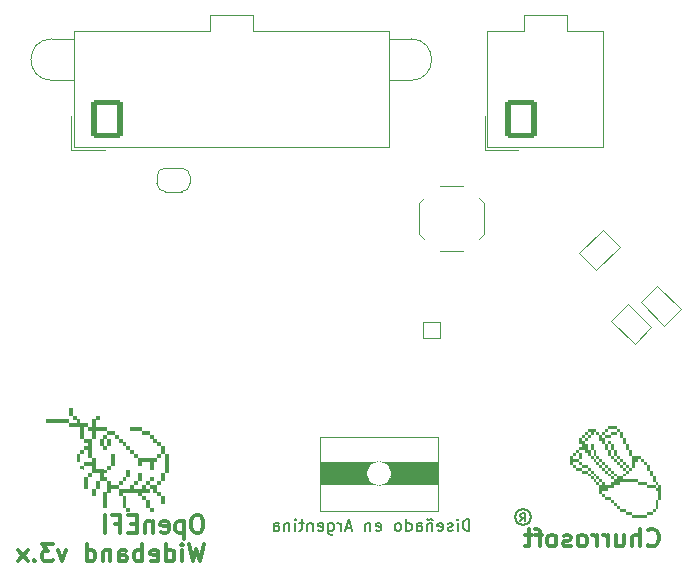
<source format=gbr>
%TF.GenerationSoftware,KiCad,Pcbnew,8.99.0-unknown-1.20240323gita6e2746.fc38*%
%TF.CreationDate,2024-04-05T19:16:21-03:00*%
%TF.ProjectId,Wideband_v3,57696465-6261-46e6-945f-76332e6b6963,rev?*%
%TF.SameCoordinates,Original*%
%TF.FileFunction,Legend,Bot*%
%TF.FilePolarity,Positive*%
%FSLAX46Y46*%
G04 Gerber Fmt 4.6, Leading zero omitted, Abs format (unit mm)*
G04 Created by KiCad (PCBNEW 8.99.0-unknown-1.20240323gita6e2746.fc38) date 2024-04-05 19:16:21*
%MOMM*%
%LPD*%
G01*
G04 APERTURE LIST*
G04 Aperture macros list*
%AMRoundRect*
0 Rectangle with rounded corners*
0 $1 Rounding radius*
0 $2 $3 $4 $5 $6 $7 $8 $9 X,Y pos of 4 corners*
0 Add a 4 corners polygon primitive as box body*
4,1,4,$2,$3,$4,$5,$6,$7,$8,$9,$2,$3,0*
0 Add four circle primitives for the rounded corners*
1,1,$1+$1,$2,$3*
1,1,$1+$1,$4,$5*
1,1,$1+$1,$6,$7*
1,1,$1+$1,$8,$9*
0 Add four rect primitives between the rounded corners*
20,1,$1+$1,$2,$3,$4,$5,0*
20,1,$1+$1,$4,$5,$6,$7,0*
20,1,$1+$1,$6,$7,$8,$9,0*
20,1,$1+$1,$8,$9,$2,$3,0*%
%AMFreePoly0*
4,1,6,1.000000,0.000000,0.499999,-0.750000,-0.499999,-0.750000,-0.499999,0.750000,0.499999,0.750000,1.000000,0.000000,1.000000,0.000000,$1*%
%AMFreePoly1*
4,1,6,0.499999,-0.750000,-0.649999,-0.750000,-0.150000,0.000000,-0.649999,0.750000,0.499999,0.750000,0.499999,-0.750000,0.499999,-0.750000,$1*%
%AMFreePoly2*
4,1,19,0.500000,-0.750000,0.000000,-0.750000,0.000000,-0.744911,-0.071157,-0.744911,-0.207708,-0.704816,-0.327430,-0.627875,-0.420627,-0.520320,-0.479746,-0.390866,-0.500000,-0.250000,-0.500000,0.250000,-0.479746,0.390866,-0.420627,0.520320,-0.327430,0.627875,-0.207708,0.704816,-0.071157,0.744911,0.000000,0.744911,0.000000,0.750000,0.500000,0.750000,0.500000,-0.750000,0.500000,-0.750000,
$1*%
%AMFreePoly3*
4,1,19,0.000000,0.744911,0.071157,0.744911,0.207708,0.704816,0.327430,0.627875,0.420627,0.520320,0.479746,0.390866,0.500000,0.250000,0.500000,-0.250000,0.479746,-0.390866,0.420627,-0.520320,0.327430,-0.627875,0.207708,-0.704816,0.071157,-0.744911,0.000000,-0.744911,0.000000,-0.750000,-0.500000,-0.750000,-0.500000,0.750000,0.000000,0.750000,0.000000,0.744911,0.000000,0.744911,
$1*%
G04 Aperture macros list end*
%ADD10C,0.150000*%
%ADD11C,0.300000*%
%ADD12C,0.120000*%
%ADD13C,0.000000*%
%ADD14C,0.100000*%
%ADD15C,1.050000*%
%ADD16C,0.800000*%
%ADD17C,6.400000*%
%ADD18C,2.400000*%
%ADD19C,1.700000*%
%ADD20R,1.700000X1.700000*%
%ADD21O,1.700000X1.700000*%
%ADD22C,1.524000*%
%ADD23C,0.650000*%
%ADD24O,2.100000X1.000000*%
%ADD25O,1.600000X1.000000*%
%ADD26C,0.990600*%
%ADD27R,1.000000X1.000000*%
%ADD28FreePoly0,315.000000*%
%ADD29FreePoly1,315.000000*%
%ADD30R,0.750000X1.000000*%
%ADD31C,3.000000*%
%ADD32RoundRect,0.250001X-1.099999X-1.399999X1.099999X-1.399999X1.099999X1.399999X-1.099999X1.399999X0*%
%ADD33O,2.700000X3.300000*%
%ADD34FreePoly2,0.000000*%
%ADD35FreePoly3,0.000000*%
%ADD36C,1.800000*%
%ADD37FreePoly0,45.000000*%
%ADD38FreePoly1,45.000000*%
G04 APERTURE END LIST*
D10*
X132587877Y-109150161D02*
X132825973Y-108864447D01*
X133016449Y-109150161D02*
X133016449Y-108483495D01*
X133016449Y-108483495D02*
X132730735Y-108483495D01*
X132730735Y-108483495D02*
X132635496Y-108531114D01*
X132635496Y-108531114D02*
X132587877Y-108626352D01*
X132587877Y-108626352D02*
X132587877Y-108721590D01*
X132587877Y-108721590D02*
X132635496Y-108816828D01*
X132635496Y-108816828D02*
X132730735Y-108864447D01*
X132730735Y-108864447D02*
X133016449Y-108864447D01*
X132825973Y-108150161D02*
X133064068Y-108197780D01*
X133064068Y-108197780D02*
X133302163Y-108340638D01*
X133302163Y-108340638D02*
X133445020Y-108578733D01*
X133445020Y-108578733D02*
X133492639Y-108816828D01*
X133492639Y-108816828D02*
X133445020Y-109054923D01*
X133445020Y-109054923D02*
X133302163Y-109293019D01*
X133302163Y-109293019D02*
X133064068Y-109435876D01*
X133064068Y-109435876D02*
X132825973Y-109483495D01*
X132825973Y-109483495D02*
X132587877Y-109435876D01*
X132587877Y-109435876D02*
X132349782Y-109293019D01*
X132349782Y-109293019D02*
X132206925Y-109054923D01*
X132206925Y-109054923D02*
X132159306Y-108816828D01*
X132159306Y-108816828D02*
X132206925Y-108578733D01*
X132206925Y-108578733D02*
X132349782Y-108340638D01*
X132349782Y-108340638D02*
X132587877Y-108197780D01*
X132587877Y-108197780D02*
X132825973Y-108150161D01*
X128285620Y-109995419D02*
X128285620Y-108995419D01*
X128285620Y-108995419D02*
X128047525Y-108995419D01*
X128047525Y-108995419D02*
X127904668Y-109043038D01*
X127904668Y-109043038D02*
X127809430Y-109138276D01*
X127809430Y-109138276D02*
X127761811Y-109233514D01*
X127761811Y-109233514D02*
X127714192Y-109423990D01*
X127714192Y-109423990D02*
X127714192Y-109566847D01*
X127714192Y-109566847D02*
X127761811Y-109757323D01*
X127761811Y-109757323D02*
X127809430Y-109852561D01*
X127809430Y-109852561D02*
X127904668Y-109947800D01*
X127904668Y-109947800D02*
X128047525Y-109995419D01*
X128047525Y-109995419D02*
X128285620Y-109995419D01*
X127285620Y-109995419D02*
X127285620Y-109328752D01*
X127285620Y-108995419D02*
X127333239Y-109043038D01*
X127333239Y-109043038D02*
X127285620Y-109090657D01*
X127285620Y-109090657D02*
X127238001Y-109043038D01*
X127238001Y-109043038D02*
X127285620Y-108995419D01*
X127285620Y-108995419D02*
X127285620Y-109090657D01*
X126857049Y-109947800D02*
X126761811Y-109995419D01*
X126761811Y-109995419D02*
X126571335Y-109995419D01*
X126571335Y-109995419D02*
X126476097Y-109947800D01*
X126476097Y-109947800D02*
X126428478Y-109852561D01*
X126428478Y-109852561D02*
X126428478Y-109804942D01*
X126428478Y-109804942D02*
X126476097Y-109709704D01*
X126476097Y-109709704D02*
X126571335Y-109662085D01*
X126571335Y-109662085D02*
X126714192Y-109662085D01*
X126714192Y-109662085D02*
X126809430Y-109614466D01*
X126809430Y-109614466D02*
X126857049Y-109519228D01*
X126857049Y-109519228D02*
X126857049Y-109471609D01*
X126857049Y-109471609D02*
X126809430Y-109376371D01*
X126809430Y-109376371D02*
X126714192Y-109328752D01*
X126714192Y-109328752D02*
X126571335Y-109328752D01*
X126571335Y-109328752D02*
X126476097Y-109376371D01*
X125618954Y-109947800D02*
X125714192Y-109995419D01*
X125714192Y-109995419D02*
X125904668Y-109995419D01*
X125904668Y-109995419D02*
X125999906Y-109947800D01*
X125999906Y-109947800D02*
X126047525Y-109852561D01*
X126047525Y-109852561D02*
X126047525Y-109471609D01*
X126047525Y-109471609D02*
X125999906Y-109376371D01*
X125999906Y-109376371D02*
X125904668Y-109328752D01*
X125904668Y-109328752D02*
X125714192Y-109328752D01*
X125714192Y-109328752D02*
X125618954Y-109376371D01*
X125618954Y-109376371D02*
X125571335Y-109471609D01*
X125571335Y-109471609D02*
X125571335Y-109566847D01*
X125571335Y-109566847D02*
X126047525Y-109662085D01*
X125142763Y-109328752D02*
X125142763Y-109995419D01*
X125142763Y-109423990D02*
X125095144Y-109376371D01*
X125095144Y-109376371D02*
X124999906Y-109328752D01*
X124999906Y-109328752D02*
X124857049Y-109328752D01*
X124857049Y-109328752D02*
X124761811Y-109376371D01*
X124761811Y-109376371D02*
X124714192Y-109471609D01*
X124714192Y-109471609D02*
X124714192Y-109995419D01*
X125190382Y-109090657D02*
X125142763Y-109043038D01*
X125142763Y-109043038D02*
X125047525Y-108995419D01*
X125047525Y-108995419D02*
X124857049Y-109090657D01*
X124857049Y-109090657D02*
X124761811Y-109043038D01*
X124761811Y-109043038D02*
X124714192Y-108995419D01*
X123809430Y-109995419D02*
X123809430Y-109471609D01*
X123809430Y-109471609D02*
X123857049Y-109376371D01*
X123857049Y-109376371D02*
X123952287Y-109328752D01*
X123952287Y-109328752D02*
X124142763Y-109328752D01*
X124142763Y-109328752D02*
X124238001Y-109376371D01*
X123809430Y-109947800D02*
X123904668Y-109995419D01*
X123904668Y-109995419D02*
X124142763Y-109995419D01*
X124142763Y-109995419D02*
X124238001Y-109947800D01*
X124238001Y-109947800D02*
X124285620Y-109852561D01*
X124285620Y-109852561D02*
X124285620Y-109757323D01*
X124285620Y-109757323D02*
X124238001Y-109662085D01*
X124238001Y-109662085D02*
X124142763Y-109614466D01*
X124142763Y-109614466D02*
X123904668Y-109614466D01*
X123904668Y-109614466D02*
X123809430Y-109566847D01*
X122904668Y-109995419D02*
X122904668Y-108995419D01*
X122904668Y-109947800D02*
X122999906Y-109995419D01*
X122999906Y-109995419D02*
X123190382Y-109995419D01*
X123190382Y-109995419D02*
X123285620Y-109947800D01*
X123285620Y-109947800D02*
X123333239Y-109900180D01*
X123333239Y-109900180D02*
X123380858Y-109804942D01*
X123380858Y-109804942D02*
X123380858Y-109519228D01*
X123380858Y-109519228D02*
X123333239Y-109423990D01*
X123333239Y-109423990D02*
X123285620Y-109376371D01*
X123285620Y-109376371D02*
X123190382Y-109328752D01*
X123190382Y-109328752D02*
X122999906Y-109328752D01*
X122999906Y-109328752D02*
X122904668Y-109376371D01*
X122285620Y-109995419D02*
X122380858Y-109947800D01*
X122380858Y-109947800D02*
X122428477Y-109900180D01*
X122428477Y-109900180D02*
X122476096Y-109804942D01*
X122476096Y-109804942D02*
X122476096Y-109519228D01*
X122476096Y-109519228D02*
X122428477Y-109423990D01*
X122428477Y-109423990D02*
X122380858Y-109376371D01*
X122380858Y-109376371D02*
X122285620Y-109328752D01*
X122285620Y-109328752D02*
X122142763Y-109328752D01*
X122142763Y-109328752D02*
X122047525Y-109376371D01*
X122047525Y-109376371D02*
X121999906Y-109423990D01*
X121999906Y-109423990D02*
X121952287Y-109519228D01*
X121952287Y-109519228D02*
X121952287Y-109804942D01*
X121952287Y-109804942D02*
X121999906Y-109900180D01*
X121999906Y-109900180D02*
X122047525Y-109947800D01*
X122047525Y-109947800D02*
X122142763Y-109995419D01*
X122142763Y-109995419D02*
X122285620Y-109995419D01*
X120380858Y-109947800D02*
X120476096Y-109995419D01*
X120476096Y-109995419D02*
X120666572Y-109995419D01*
X120666572Y-109995419D02*
X120761810Y-109947800D01*
X120761810Y-109947800D02*
X120809429Y-109852561D01*
X120809429Y-109852561D02*
X120809429Y-109471609D01*
X120809429Y-109471609D02*
X120761810Y-109376371D01*
X120761810Y-109376371D02*
X120666572Y-109328752D01*
X120666572Y-109328752D02*
X120476096Y-109328752D01*
X120476096Y-109328752D02*
X120380858Y-109376371D01*
X120380858Y-109376371D02*
X120333239Y-109471609D01*
X120333239Y-109471609D02*
X120333239Y-109566847D01*
X120333239Y-109566847D02*
X120809429Y-109662085D01*
X119904667Y-109328752D02*
X119904667Y-109995419D01*
X119904667Y-109423990D02*
X119857048Y-109376371D01*
X119857048Y-109376371D02*
X119761810Y-109328752D01*
X119761810Y-109328752D02*
X119618953Y-109328752D01*
X119618953Y-109328752D02*
X119523715Y-109376371D01*
X119523715Y-109376371D02*
X119476096Y-109471609D01*
X119476096Y-109471609D02*
X119476096Y-109995419D01*
X118285619Y-109709704D02*
X117809429Y-109709704D01*
X118380857Y-109995419D02*
X118047524Y-108995419D01*
X118047524Y-108995419D02*
X117714191Y-109995419D01*
X117380857Y-109995419D02*
X117380857Y-109328752D01*
X117380857Y-109519228D02*
X117333238Y-109423990D01*
X117333238Y-109423990D02*
X117285619Y-109376371D01*
X117285619Y-109376371D02*
X117190381Y-109328752D01*
X117190381Y-109328752D02*
X117095143Y-109328752D01*
X116333238Y-109328752D02*
X116333238Y-110138276D01*
X116333238Y-110138276D02*
X116380857Y-110233514D01*
X116380857Y-110233514D02*
X116428476Y-110281133D01*
X116428476Y-110281133D02*
X116523714Y-110328752D01*
X116523714Y-110328752D02*
X116666571Y-110328752D01*
X116666571Y-110328752D02*
X116761809Y-110281133D01*
X116333238Y-109947800D02*
X116428476Y-109995419D01*
X116428476Y-109995419D02*
X116618952Y-109995419D01*
X116618952Y-109995419D02*
X116714190Y-109947800D01*
X116714190Y-109947800D02*
X116761809Y-109900180D01*
X116761809Y-109900180D02*
X116809428Y-109804942D01*
X116809428Y-109804942D02*
X116809428Y-109519228D01*
X116809428Y-109519228D02*
X116761809Y-109423990D01*
X116761809Y-109423990D02*
X116714190Y-109376371D01*
X116714190Y-109376371D02*
X116618952Y-109328752D01*
X116618952Y-109328752D02*
X116428476Y-109328752D01*
X116428476Y-109328752D02*
X116333238Y-109376371D01*
X115476095Y-109947800D02*
X115571333Y-109995419D01*
X115571333Y-109995419D02*
X115761809Y-109995419D01*
X115761809Y-109995419D02*
X115857047Y-109947800D01*
X115857047Y-109947800D02*
X115904666Y-109852561D01*
X115904666Y-109852561D02*
X115904666Y-109471609D01*
X115904666Y-109471609D02*
X115857047Y-109376371D01*
X115857047Y-109376371D02*
X115761809Y-109328752D01*
X115761809Y-109328752D02*
X115571333Y-109328752D01*
X115571333Y-109328752D02*
X115476095Y-109376371D01*
X115476095Y-109376371D02*
X115428476Y-109471609D01*
X115428476Y-109471609D02*
X115428476Y-109566847D01*
X115428476Y-109566847D02*
X115904666Y-109662085D01*
X114999904Y-109328752D02*
X114999904Y-109995419D01*
X114999904Y-109423990D02*
X114952285Y-109376371D01*
X114952285Y-109376371D02*
X114857047Y-109328752D01*
X114857047Y-109328752D02*
X114714190Y-109328752D01*
X114714190Y-109328752D02*
X114618952Y-109376371D01*
X114618952Y-109376371D02*
X114571333Y-109471609D01*
X114571333Y-109471609D02*
X114571333Y-109995419D01*
X114237999Y-109328752D02*
X113857047Y-109328752D01*
X114095142Y-108995419D02*
X114095142Y-109852561D01*
X114095142Y-109852561D02*
X114047523Y-109947800D01*
X114047523Y-109947800D02*
X113952285Y-109995419D01*
X113952285Y-109995419D02*
X113857047Y-109995419D01*
X113523713Y-109995419D02*
X113523713Y-109328752D01*
X113523713Y-108995419D02*
X113571332Y-109043038D01*
X113571332Y-109043038D02*
X113523713Y-109090657D01*
X113523713Y-109090657D02*
X113476094Y-109043038D01*
X113476094Y-109043038D02*
X113523713Y-108995419D01*
X113523713Y-108995419D02*
X113523713Y-109090657D01*
X113047523Y-109328752D02*
X113047523Y-109995419D01*
X113047523Y-109423990D02*
X112999904Y-109376371D01*
X112999904Y-109376371D02*
X112904666Y-109328752D01*
X112904666Y-109328752D02*
X112761809Y-109328752D01*
X112761809Y-109328752D02*
X112666571Y-109376371D01*
X112666571Y-109376371D02*
X112618952Y-109471609D01*
X112618952Y-109471609D02*
X112618952Y-109995419D01*
X111714190Y-109995419D02*
X111714190Y-109471609D01*
X111714190Y-109471609D02*
X111761809Y-109376371D01*
X111761809Y-109376371D02*
X111857047Y-109328752D01*
X111857047Y-109328752D02*
X112047523Y-109328752D01*
X112047523Y-109328752D02*
X112142761Y-109376371D01*
X111714190Y-109947800D02*
X111809428Y-109995419D01*
X111809428Y-109995419D02*
X112047523Y-109995419D01*
X112047523Y-109995419D02*
X112142761Y-109947800D01*
X112142761Y-109947800D02*
X112190380Y-109852561D01*
X112190380Y-109852561D02*
X112190380Y-109757323D01*
X112190380Y-109757323D02*
X112142761Y-109662085D01*
X112142761Y-109662085D02*
X112047523Y-109614466D01*
X112047523Y-109614466D02*
X111809428Y-109614466D01*
X111809428Y-109614466D02*
X111714190Y-109566847D01*
D11*
X105382574Y-108661912D02*
X105096860Y-108661912D01*
X105096860Y-108661912D02*
X104954003Y-108733341D01*
X104954003Y-108733341D02*
X104811146Y-108876198D01*
X104811146Y-108876198D02*
X104739717Y-109161912D01*
X104739717Y-109161912D02*
X104739717Y-109661912D01*
X104739717Y-109661912D02*
X104811146Y-109947626D01*
X104811146Y-109947626D02*
X104954003Y-110090484D01*
X104954003Y-110090484D02*
X105096860Y-110161912D01*
X105096860Y-110161912D02*
X105382574Y-110161912D01*
X105382574Y-110161912D02*
X105525432Y-110090484D01*
X105525432Y-110090484D02*
X105668289Y-109947626D01*
X105668289Y-109947626D02*
X105739717Y-109661912D01*
X105739717Y-109661912D02*
X105739717Y-109161912D01*
X105739717Y-109161912D02*
X105668289Y-108876198D01*
X105668289Y-108876198D02*
X105525432Y-108733341D01*
X105525432Y-108733341D02*
X105382574Y-108661912D01*
X104096860Y-109161912D02*
X104096860Y-110661912D01*
X104096860Y-109233341D02*
X103954003Y-109161912D01*
X103954003Y-109161912D02*
X103668288Y-109161912D01*
X103668288Y-109161912D02*
X103525431Y-109233341D01*
X103525431Y-109233341D02*
X103454003Y-109304769D01*
X103454003Y-109304769D02*
X103382574Y-109447626D01*
X103382574Y-109447626D02*
X103382574Y-109876198D01*
X103382574Y-109876198D02*
X103454003Y-110019055D01*
X103454003Y-110019055D02*
X103525431Y-110090484D01*
X103525431Y-110090484D02*
X103668288Y-110161912D01*
X103668288Y-110161912D02*
X103954003Y-110161912D01*
X103954003Y-110161912D02*
X104096860Y-110090484D01*
X102168288Y-110090484D02*
X102311145Y-110161912D01*
X102311145Y-110161912D02*
X102596860Y-110161912D01*
X102596860Y-110161912D02*
X102739717Y-110090484D01*
X102739717Y-110090484D02*
X102811145Y-109947626D01*
X102811145Y-109947626D02*
X102811145Y-109376198D01*
X102811145Y-109376198D02*
X102739717Y-109233341D01*
X102739717Y-109233341D02*
X102596860Y-109161912D01*
X102596860Y-109161912D02*
X102311145Y-109161912D01*
X102311145Y-109161912D02*
X102168288Y-109233341D01*
X102168288Y-109233341D02*
X102096860Y-109376198D01*
X102096860Y-109376198D02*
X102096860Y-109519055D01*
X102096860Y-109519055D02*
X102811145Y-109661912D01*
X101454003Y-109161912D02*
X101454003Y-110161912D01*
X101454003Y-109304769D02*
X101382574Y-109233341D01*
X101382574Y-109233341D02*
X101239717Y-109161912D01*
X101239717Y-109161912D02*
X101025431Y-109161912D01*
X101025431Y-109161912D02*
X100882574Y-109233341D01*
X100882574Y-109233341D02*
X100811146Y-109376198D01*
X100811146Y-109376198D02*
X100811146Y-110161912D01*
X100096860Y-109376198D02*
X99596860Y-109376198D01*
X99382574Y-110161912D02*
X100096860Y-110161912D01*
X100096860Y-110161912D02*
X100096860Y-108661912D01*
X100096860Y-108661912D02*
X99382574Y-108661912D01*
X98239717Y-109376198D02*
X98739717Y-109376198D01*
X98739717Y-110161912D02*
X98739717Y-108661912D01*
X98739717Y-108661912D02*
X98025431Y-108661912D01*
X97454003Y-110161912D02*
X97454003Y-108661912D01*
X105811146Y-111076828D02*
X105454003Y-112576828D01*
X105454003Y-112576828D02*
X105168289Y-111505400D01*
X105168289Y-111505400D02*
X104882574Y-112576828D01*
X104882574Y-112576828D02*
X104525432Y-111076828D01*
X103954003Y-112576828D02*
X103954003Y-111576828D01*
X103954003Y-111076828D02*
X104025431Y-111148257D01*
X104025431Y-111148257D02*
X103954003Y-111219685D01*
X103954003Y-111219685D02*
X103882574Y-111148257D01*
X103882574Y-111148257D02*
X103954003Y-111076828D01*
X103954003Y-111076828D02*
X103954003Y-111219685D01*
X102596860Y-112576828D02*
X102596860Y-111076828D01*
X102596860Y-112505400D02*
X102739717Y-112576828D01*
X102739717Y-112576828D02*
X103025431Y-112576828D01*
X103025431Y-112576828D02*
X103168288Y-112505400D01*
X103168288Y-112505400D02*
X103239717Y-112433971D01*
X103239717Y-112433971D02*
X103311145Y-112291114D01*
X103311145Y-112291114D02*
X103311145Y-111862542D01*
X103311145Y-111862542D02*
X103239717Y-111719685D01*
X103239717Y-111719685D02*
X103168288Y-111648257D01*
X103168288Y-111648257D02*
X103025431Y-111576828D01*
X103025431Y-111576828D02*
X102739717Y-111576828D01*
X102739717Y-111576828D02*
X102596860Y-111648257D01*
X101311145Y-112505400D02*
X101454002Y-112576828D01*
X101454002Y-112576828D02*
X101739717Y-112576828D01*
X101739717Y-112576828D02*
X101882574Y-112505400D01*
X101882574Y-112505400D02*
X101954002Y-112362542D01*
X101954002Y-112362542D02*
X101954002Y-111791114D01*
X101954002Y-111791114D02*
X101882574Y-111648257D01*
X101882574Y-111648257D02*
X101739717Y-111576828D01*
X101739717Y-111576828D02*
X101454002Y-111576828D01*
X101454002Y-111576828D02*
X101311145Y-111648257D01*
X101311145Y-111648257D02*
X101239717Y-111791114D01*
X101239717Y-111791114D02*
X101239717Y-111933971D01*
X101239717Y-111933971D02*
X101954002Y-112076828D01*
X100596860Y-112576828D02*
X100596860Y-111076828D01*
X100596860Y-111648257D02*
X100454003Y-111576828D01*
X100454003Y-111576828D02*
X100168288Y-111576828D01*
X100168288Y-111576828D02*
X100025431Y-111648257D01*
X100025431Y-111648257D02*
X99954003Y-111719685D01*
X99954003Y-111719685D02*
X99882574Y-111862542D01*
X99882574Y-111862542D02*
X99882574Y-112291114D01*
X99882574Y-112291114D02*
X99954003Y-112433971D01*
X99954003Y-112433971D02*
X100025431Y-112505400D01*
X100025431Y-112505400D02*
X100168288Y-112576828D01*
X100168288Y-112576828D02*
X100454003Y-112576828D01*
X100454003Y-112576828D02*
X100596860Y-112505400D01*
X98596860Y-112576828D02*
X98596860Y-111791114D01*
X98596860Y-111791114D02*
X98668288Y-111648257D01*
X98668288Y-111648257D02*
X98811145Y-111576828D01*
X98811145Y-111576828D02*
X99096860Y-111576828D01*
X99096860Y-111576828D02*
X99239717Y-111648257D01*
X98596860Y-112505400D02*
X98739717Y-112576828D01*
X98739717Y-112576828D02*
X99096860Y-112576828D01*
X99096860Y-112576828D02*
X99239717Y-112505400D01*
X99239717Y-112505400D02*
X99311145Y-112362542D01*
X99311145Y-112362542D02*
X99311145Y-112219685D01*
X99311145Y-112219685D02*
X99239717Y-112076828D01*
X99239717Y-112076828D02*
X99096860Y-112005400D01*
X99096860Y-112005400D02*
X98739717Y-112005400D01*
X98739717Y-112005400D02*
X98596860Y-111933971D01*
X97882574Y-111576828D02*
X97882574Y-112576828D01*
X97882574Y-111719685D02*
X97811145Y-111648257D01*
X97811145Y-111648257D02*
X97668288Y-111576828D01*
X97668288Y-111576828D02*
X97454002Y-111576828D01*
X97454002Y-111576828D02*
X97311145Y-111648257D01*
X97311145Y-111648257D02*
X97239717Y-111791114D01*
X97239717Y-111791114D02*
X97239717Y-112576828D01*
X95882574Y-112576828D02*
X95882574Y-111076828D01*
X95882574Y-112505400D02*
X96025431Y-112576828D01*
X96025431Y-112576828D02*
X96311145Y-112576828D01*
X96311145Y-112576828D02*
X96454002Y-112505400D01*
X96454002Y-112505400D02*
X96525431Y-112433971D01*
X96525431Y-112433971D02*
X96596859Y-112291114D01*
X96596859Y-112291114D02*
X96596859Y-111862542D01*
X96596859Y-111862542D02*
X96525431Y-111719685D01*
X96525431Y-111719685D02*
X96454002Y-111648257D01*
X96454002Y-111648257D02*
X96311145Y-111576828D01*
X96311145Y-111576828D02*
X96025431Y-111576828D01*
X96025431Y-111576828D02*
X95882574Y-111648257D01*
X94168288Y-111576828D02*
X93811145Y-112576828D01*
X93811145Y-112576828D02*
X93454002Y-111576828D01*
X93025431Y-111076828D02*
X92096859Y-111076828D01*
X92096859Y-111076828D02*
X92596859Y-111648257D01*
X92596859Y-111648257D02*
X92382574Y-111648257D01*
X92382574Y-111648257D02*
X92239717Y-111719685D01*
X92239717Y-111719685D02*
X92168288Y-111791114D01*
X92168288Y-111791114D02*
X92096859Y-111933971D01*
X92096859Y-111933971D02*
X92096859Y-112291114D01*
X92096859Y-112291114D02*
X92168288Y-112433971D01*
X92168288Y-112433971D02*
X92239717Y-112505400D01*
X92239717Y-112505400D02*
X92382574Y-112576828D01*
X92382574Y-112576828D02*
X92811145Y-112576828D01*
X92811145Y-112576828D02*
X92954002Y-112505400D01*
X92954002Y-112505400D02*
X93025431Y-112433971D01*
X91454003Y-112433971D02*
X91382574Y-112505400D01*
X91382574Y-112505400D02*
X91454003Y-112576828D01*
X91454003Y-112576828D02*
X91525431Y-112505400D01*
X91525431Y-112505400D02*
X91454003Y-112433971D01*
X91454003Y-112433971D02*
X91454003Y-112576828D01*
X90882574Y-112576828D02*
X90096860Y-111576828D01*
X90882574Y-111576828D02*
X90096860Y-112576828D01*
X143368346Y-111163971D02*
X143439774Y-111235400D01*
X143439774Y-111235400D02*
X143654060Y-111306828D01*
X143654060Y-111306828D02*
X143796917Y-111306828D01*
X143796917Y-111306828D02*
X144011203Y-111235400D01*
X144011203Y-111235400D02*
X144154060Y-111092542D01*
X144154060Y-111092542D02*
X144225489Y-110949685D01*
X144225489Y-110949685D02*
X144296917Y-110663971D01*
X144296917Y-110663971D02*
X144296917Y-110449685D01*
X144296917Y-110449685D02*
X144225489Y-110163971D01*
X144225489Y-110163971D02*
X144154060Y-110021114D01*
X144154060Y-110021114D02*
X144011203Y-109878257D01*
X144011203Y-109878257D02*
X143796917Y-109806828D01*
X143796917Y-109806828D02*
X143654060Y-109806828D01*
X143654060Y-109806828D02*
X143439774Y-109878257D01*
X143439774Y-109878257D02*
X143368346Y-109949685D01*
X142725489Y-111306828D02*
X142725489Y-109806828D01*
X142082632Y-111306828D02*
X142082632Y-110521114D01*
X142082632Y-110521114D02*
X142154060Y-110378257D01*
X142154060Y-110378257D02*
X142296917Y-110306828D01*
X142296917Y-110306828D02*
X142511203Y-110306828D01*
X142511203Y-110306828D02*
X142654060Y-110378257D01*
X142654060Y-110378257D02*
X142725489Y-110449685D01*
X140725489Y-110306828D02*
X140725489Y-111306828D01*
X141368346Y-110306828D02*
X141368346Y-111092542D01*
X141368346Y-111092542D02*
X141296917Y-111235400D01*
X141296917Y-111235400D02*
X141154060Y-111306828D01*
X141154060Y-111306828D02*
X140939774Y-111306828D01*
X140939774Y-111306828D02*
X140796917Y-111235400D01*
X140796917Y-111235400D02*
X140725489Y-111163971D01*
X140011203Y-111306828D02*
X140011203Y-110306828D01*
X140011203Y-110592542D02*
X139939774Y-110449685D01*
X139939774Y-110449685D02*
X139868346Y-110378257D01*
X139868346Y-110378257D02*
X139725488Y-110306828D01*
X139725488Y-110306828D02*
X139582631Y-110306828D01*
X139082632Y-111306828D02*
X139082632Y-110306828D01*
X139082632Y-110592542D02*
X139011203Y-110449685D01*
X139011203Y-110449685D02*
X138939775Y-110378257D01*
X138939775Y-110378257D02*
X138796917Y-110306828D01*
X138796917Y-110306828D02*
X138654060Y-110306828D01*
X137939775Y-111306828D02*
X138082632Y-111235400D01*
X138082632Y-111235400D02*
X138154061Y-111163971D01*
X138154061Y-111163971D02*
X138225489Y-111021114D01*
X138225489Y-111021114D02*
X138225489Y-110592542D01*
X138225489Y-110592542D02*
X138154061Y-110449685D01*
X138154061Y-110449685D02*
X138082632Y-110378257D01*
X138082632Y-110378257D02*
X137939775Y-110306828D01*
X137939775Y-110306828D02*
X137725489Y-110306828D01*
X137725489Y-110306828D02*
X137582632Y-110378257D01*
X137582632Y-110378257D02*
X137511204Y-110449685D01*
X137511204Y-110449685D02*
X137439775Y-110592542D01*
X137439775Y-110592542D02*
X137439775Y-111021114D01*
X137439775Y-111021114D02*
X137511204Y-111163971D01*
X137511204Y-111163971D02*
X137582632Y-111235400D01*
X137582632Y-111235400D02*
X137725489Y-111306828D01*
X137725489Y-111306828D02*
X137939775Y-111306828D01*
X136868346Y-111235400D02*
X136725489Y-111306828D01*
X136725489Y-111306828D02*
X136439775Y-111306828D01*
X136439775Y-111306828D02*
X136296918Y-111235400D01*
X136296918Y-111235400D02*
X136225489Y-111092542D01*
X136225489Y-111092542D02*
X136225489Y-111021114D01*
X136225489Y-111021114D02*
X136296918Y-110878257D01*
X136296918Y-110878257D02*
X136439775Y-110806828D01*
X136439775Y-110806828D02*
X136654061Y-110806828D01*
X136654061Y-110806828D02*
X136796918Y-110735400D01*
X136796918Y-110735400D02*
X136868346Y-110592542D01*
X136868346Y-110592542D02*
X136868346Y-110521114D01*
X136868346Y-110521114D02*
X136796918Y-110378257D01*
X136796918Y-110378257D02*
X136654061Y-110306828D01*
X136654061Y-110306828D02*
X136439775Y-110306828D01*
X136439775Y-110306828D02*
X136296918Y-110378257D01*
X135368346Y-111306828D02*
X135511203Y-111235400D01*
X135511203Y-111235400D02*
X135582632Y-111163971D01*
X135582632Y-111163971D02*
X135654060Y-111021114D01*
X135654060Y-111021114D02*
X135654060Y-110592542D01*
X135654060Y-110592542D02*
X135582632Y-110449685D01*
X135582632Y-110449685D02*
X135511203Y-110378257D01*
X135511203Y-110378257D02*
X135368346Y-110306828D01*
X135368346Y-110306828D02*
X135154060Y-110306828D01*
X135154060Y-110306828D02*
X135011203Y-110378257D01*
X135011203Y-110378257D02*
X134939775Y-110449685D01*
X134939775Y-110449685D02*
X134868346Y-110592542D01*
X134868346Y-110592542D02*
X134868346Y-111021114D01*
X134868346Y-111021114D02*
X134939775Y-111163971D01*
X134939775Y-111163971D02*
X135011203Y-111235400D01*
X135011203Y-111235400D02*
X135154060Y-111306828D01*
X135154060Y-111306828D02*
X135368346Y-111306828D01*
X134439774Y-110306828D02*
X133868346Y-110306828D01*
X134225489Y-111306828D02*
X134225489Y-110021114D01*
X134225489Y-110021114D02*
X134154060Y-109878257D01*
X134154060Y-109878257D02*
X134011203Y-109806828D01*
X134011203Y-109806828D02*
X133868346Y-109806828D01*
X133582631Y-110306828D02*
X133011203Y-110306828D01*
X133368346Y-109806828D02*
X133368346Y-111092542D01*
X133368346Y-111092542D02*
X133296917Y-111235400D01*
X133296917Y-111235400D02*
X133154060Y-111306828D01*
X133154060Y-111306828D02*
X133011203Y-111306828D01*
D12*
%TO.C,TP3*%
X124369600Y-92264000D02*
X125769600Y-92264000D01*
X124369600Y-93664000D02*
X124369600Y-92264000D01*
X125769600Y-92264000D02*
X125769600Y-93664000D01*
X125769600Y-93664000D02*
X124369600Y-93664000D01*
%TO.C,JP2*%
X142778144Y-90649157D02*
X144192357Y-89234944D01*
X144192357Y-89234944D02*
X146172256Y-91214843D01*
X144758043Y-92629056D02*
X142778144Y-90649157D01*
X146172256Y-91214843D02*
X144758043Y-92629056D01*
%TO.C,SW1*%
X124022400Y-82225600D02*
X124472400Y-81775601D01*
X124022400Y-84825600D02*
X124022400Y-82225600D01*
X124022400Y-84825600D02*
X124472400Y-85275599D01*
X127772400Y-80775600D02*
X125772400Y-80775600D01*
X127772400Y-86275600D02*
X125772400Y-86275600D01*
X129522400Y-82225600D02*
X129072400Y-81775601D01*
X129522400Y-84825600D02*
X129072400Y-85275599D01*
X129522400Y-84825600D02*
X129522400Y-82225600D01*
%TO.C,J5*%
X94572400Y-74875600D02*
X94572400Y-77725600D01*
X94572400Y-77725600D02*
X97422400Y-77725600D01*
X94812400Y-67665599D02*
X94812400Y-77485600D01*
X94812400Y-68325600D02*
X92922400Y-68325600D01*
X94812400Y-71845600D02*
X92922400Y-71845600D01*
X94812400Y-77485600D02*
X108122400Y-77485600D01*
X106312400Y-66265600D02*
X106312400Y-67665599D01*
X106312400Y-67665599D02*
X94812400Y-67665599D01*
X108122400Y-66265600D02*
X106312400Y-66265600D01*
X108122400Y-66265600D02*
X109932400Y-66265599D01*
X109932400Y-66265599D02*
X109932400Y-67665600D01*
X109932400Y-67665600D02*
X121432400Y-67665600D01*
X121432399Y-77485600D02*
X108122400Y-77485600D01*
X121432400Y-67665600D02*
X121432399Y-77485600D01*
X121432400Y-68325599D02*
X123322400Y-68325600D01*
X121432400Y-71845600D02*
X123322400Y-71845600D01*
X92922400Y-71845600D02*
G75*
G02*
X92922400Y-68325600I0J1760000D01*
G01*
X123322400Y-68325600D02*
G75*
G02*
X123322400Y-71845600I0J-1760000D01*
G01*
D13*
%TO.C,G\u002A\u002A\u002A*%
G36*
X95663746Y-104626559D02*
G01*
X95663746Y-104794129D01*
X95502261Y-104788044D01*
X95340776Y-104781958D01*
X95334690Y-104620473D01*
X95328605Y-104458988D01*
X95496175Y-104458988D01*
X95663746Y-104458987D01*
X95663746Y-104626559D01*
G37*
G36*
X95997134Y-105438316D02*
G01*
X95997134Y-105927979D01*
X95997134Y-106417643D01*
X95830440Y-106417643D01*
X95663746Y-106417643D01*
X95663746Y-105927979D01*
X95663746Y-105438316D01*
X95830440Y-105438315D01*
X95997134Y-105438316D01*
G37*
G36*
X96643073Y-106740612D02*
G01*
X96643073Y-107063582D01*
X96476379Y-107063582D01*
X96309685Y-107063582D01*
X96309685Y-106740612D01*
X96309685Y-106417643D01*
X96476379Y-106417643D01*
X96643073Y-106417643D01*
X96643073Y-106740612D01*
G37*
G36*
X99581055Y-105115346D02*
G01*
X99581055Y-105438316D01*
X99414361Y-105438316D01*
X99247667Y-105438316D01*
X99247667Y-105115346D01*
X99247667Y-104792376D01*
X99414361Y-104792376D01*
X99581055Y-104792376D01*
X99581055Y-105115346D01*
G37*
G36*
X98268339Y-103968448D02*
G01*
X98268339Y-104458988D01*
X98112064Y-104458988D01*
X97955788Y-104458988D01*
X97955788Y-104625681D01*
X97955788Y-104792376D01*
X97789094Y-104792376D01*
X97622400Y-104792376D01*
X97622400Y-104625681D01*
X97622400Y-104458988D01*
X97778292Y-104458988D01*
X97934183Y-104458988D01*
X97939777Y-103974534D01*
X97945370Y-103490079D01*
X98106854Y-103483994D01*
X98268339Y-103477908D01*
X98268339Y-103968448D01*
G37*
G36*
X99247667Y-105605010D02*
G01*
X99247667Y-105771704D01*
X99091391Y-105771704D01*
X98935116Y-105771704D01*
X98935116Y-105927979D01*
X98935116Y-106084255D01*
X98768422Y-106084255D01*
X98601728Y-106084255D01*
X98601728Y-105917561D01*
X98601728Y-105750867D01*
X98758003Y-105750867D01*
X98914279Y-105750867D01*
X98914279Y-105594591D01*
X98914279Y-105438316D01*
X99080972Y-105438316D01*
X99247667Y-105438316D01*
X99247667Y-105605010D01*
G37*
G36*
X102352872Y-107063582D02*
G01*
X102520095Y-107063582D01*
X102514357Y-107391762D01*
X102508618Y-107719940D01*
X102347134Y-107726024D01*
X102185649Y-107732111D01*
X102185649Y-107397847D01*
X102185649Y-107063582D01*
X102352872Y-107063582D01*
G37*
G36*
X101852261Y-106407224D02*
G01*
X101852260Y-106730194D01*
X102018955Y-106730194D01*
X102185649Y-106730194D01*
X102185649Y-106896888D01*
X102185649Y-107063582D01*
X102018955Y-107063582D01*
X101852260Y-107063582D01*
X101852261Y-106908183D01*
X101852261Y-106752784D01*
X101690776Y-106746698D01*
X101529291Y-106740612D01*
X101523205Y-106579128D01*
X101517120Y-106417643D01*
X101361721Y-106417643D01*
X101206321Y-106417643D01*
X101206321Y-106251825D01*
X101206321Y-106084255D01*
X101529291Y-106084255D01*
X101852261Y-106084255D01*
X101852261Y-106407224D01*
G37*
G36*
X97622400Y-102021088D02*
G01*
X97622400Y-102187782D01*
X97466125Y-102187782D01*
X97309849Y-102187782D01*
X97309849Y-102510752D01*
X97309849Y-102833722D01*
X97466125Y-102833722D01*
X97622400Y-102833722D01*
X97622400Y-102510752D01*
X97622400Y-102187782D01*
X97789094Y-102187782D01*
X97955788Y-102187782D01*
X97955788Y-102510752D01*
X97955788Y-102833722D01*
X97789094Y-102833722D01*
X97622400Y-102833722D01*
X97622400Y-103000416D01*
X97622400Y-103167110D01*
X97455706Y-103167110D01*
X97289012Y-103167110D01*
X97289012Y-103000416D01*
X97289012Y-102833722D01*
X97132737Y-102833722D01*
X96976461Y-102833722D01*
X96976461Y-102510752D01*
X96976461Y-102187782D01*
X97132737Y-102187782D01*
X97289012Y-102187782D01*
X97289012Y-102021088D01*
X97289012Y-101854394D01*
X97455706Y-101854394D01*
X97622400Y-101854394D01*
X97622400Y-102021088D01*
G37*
G36*
X102352343Y-102833722D02*
G01*
X102519037Y-102833722D01*
X102519037Y-103156691D01*
X102519037Y-103479661D01*
X102675312Y-103479661D01*
X102831588Y-103479661D01*
X102831588Y-104302713D01*
X102831588Y-105125764D01*
X102675855Y-105125764D01*
X102520122Y-105125764D01*
X102514370Y-105443525D01*
X102508618Y-105761285D01*
X102347134Y-105767371D01*
X102185649Y-105773457D01*
X102185649Y-105928856D01*
X102185649Y-106084255D01*
X102018955Y-106084255D01*
X101852261Y-106084255D01*
X101852261Y-105917561D01*
X101852261Y-105750867D01*
X102018955Y-105750867D01*
X102185649Y-105750867D01*
X102185649Y-105427897D01*
X102185649Y-105104927D01*
X102341924Y-105104927D01*
X102498200Y-105104927D01*
X102498200Y-104292294D01*
X102498200Y-103479661D01*
X102341924Y-103479661D01*
X102185649Y-103479661D01*
X102185649Y-103156691D01*
X102185649Y-102833722D01*
X102352343Y-102833722D01*
G37*
G36*
X101373015Y-101854394D02*
G01*
X101539709Y-101854394D01*
X101539709Y-102021088D01*
X101539709Y-102187782D01*
X101695985Y-102187782D01*
X101852261Y-102187782D01*
X101852261Y-102344058D01*
X101852261Y-102500334D01*
X102018954Y-102500334D01*
X102185649Y-102500334D01*
X102185649Y-102667028D01*
X102185649Y-102833722D01*
X102018955Y-102833722D01*
X101852261Y-102833722D01*
X101852260Y-102678322D01*
X101852261Y-102522923D01*
X101690776Y-102516838D01*
X101529291Y-102510752D01*
X101523205Y-102349267D01*
X101517120Y-102187782D01*
X101361721Y-102187782D01*
X101206321Y-102187782D01*
X101206321Y-102021088D01*
X101206321Y-101854394D01*
X101373015Y-101854394D01*
G37*
G36*
X100560382Y-101364731D02*
G01*
X100560382Y-101521006D01*
X100883352Y-101521006D01*
X101206321Y-101521006D01*
X101206321Y-101687700D01*
X101206321Y-101854394D01*
X100872933Y-101854394D01*
X100539545Y-101854394D01*
X100539545Y-101698119D01*
X100539545Y-101541843D01*
X100060301Y-101541843D01*
X99581055Y-101541843D01*
X99581055Y-101375149D01*
X99581055Y-101208455D01*
X100070718Y-101208455D01*
X100560382Y-101208455D01*
X100560382Y-101364731D01*
G37*
G36*
X99414361Y-108042909D02*
G01*
X99581055Y-108042909D01*
X99581055Y-108209603D01*
X99581055Y-108376297D01*
X99414361Y-108376297D01*
X99247667Y-108376297D01*
X99247667Y-108209603D01*
X99247667Y-108042909D01*
X99414361Y-108042909D01*
G37*
G36*
X101373015Y-108042909D02*
G01*
X101539709Y-108042909D01*
X101539709Y-108209603D01*
X101539709Y-108376297D01*
X101373015Y-108376297D01*
X101206321Y-108376297D01*
X101206321Y-108209603D01*
X101206321Y-108042909D01*
X101373015Y-108042909D01*
G37*
G36*
X100560382Y-105438315D02*
G01*
X100560382Y-105771704D01*
X100393688Y-105771704D01*
X100226994Y-105771704D01*
X100226994Y-105927978D01*
X100226994Y-106084255D01*
X100070718Y-106084255D01*
X99914443Y-106084255D01*
X99914443Y-106250949D01*
X99914443Y-106417643D01*
X100226118Y-106417643D01*
X100537792Y-106417643D01*
X100543878Y-106256158D01*
X100549963Y-106094673D01*
X100710588Y-106088603D01*
X100871211Y-106082533D01*
X100877282Y-105921909D01*
X100883352Y-105761285D01*
X101044837Y-105755199D01*
X101206321Y-105749114D01*
X101206321Y-105593715D01*
X101206321Y-105438316D01*
X101373015Y-105438316D01*
X101539709Y-105438316D01*
X101539709Y-105605010D01*
X101539709Y-105771704D01*
X101373015Y-105771704D01*
X101206321Y-105771704D01*
X101206321Y-105927103D01*
X101206321Y-106082502D01*
X101044837Y-106088589D01*
X100883352Y-106094673D01*
X100883352Y-106250949D01*
X100883352Y-106407224D01*
X101044837Y-106413310D01*
X101206321Y-106419396D01*
X101206321Y-106584337D01*
X101206321Y-106751031D01*
X100883352Y-106751031D01*
X100560382Y-106751031D01*
X100560382Y-106907306D01*
X100560382Y-107063582D01*
X100715781Y-107063582D01*
X100871179Y-107063582D01*
X100877266Y-107225067D01*
X100883352Y-107386552D01*
X101044836Y-107392637D01*
X101206321Y-107398723D01*
X101206321Y-107720816D01*
X101206321Y-108042909D01*
X101039627Y-108042909D01*
X100872933Y-108042909D01*
X100872933Y-107720817D01*
X100872932Y-107398723D01*
X100711449Y-107392638D01*
X100549964Y-107386552D01*
X100543878Y-107225067D01*
X100537791Y-107063582D01*
X100382393Y-107063582D01*
X100226994Y-107063582D01*
X100226994Y-106907306D01*
X100226994Y-106751031D01*
X99581055Y-106751031D01*
X98935115Y-106751031D01*
X98935116Y-106907306D01*
X98935115Y-107063582D01*
X99091391Y-107063581D01*
X99247667Y-107063582D01*
X99247667Y-107553246D01*
X99247667Y-108042909D01*
X99080973Y-108042909D01*
X98914279Y-108042909D01*
X98914279Y-107553246D01*
X98914278Y-107063582D01*
X98758004Y-107063582D01*
X98601727Y-107063582D01*
X98601728Y-106740612D01*
X98601728Y-106418411D01*
X99086182Y-106412818D01*
X99570636Y-106407224D01*
X99576722Y-106245740D01*
X99582808Y-106084255D01*
X99737330Y-106084255D01*
X99891853Y-106084255D01*
X99897939Y-105922770D01*
X99904024Y-105761285D01*
X100065508Y-105755199D01*
X100226994Y-105749114D01*
X100226994Y-105427022D01*
X100226994Y-105104927D01*
X100393688Y-105104927D01*
X100560382Y-105104927D01*
X100560382Y-105438315D01*
G37*
G36*
X96330522Y-103000416D02*
G01*
X96330522Y-103813049D01*
X96486413Y-103813049D01*
X96642305Y-103813049D01*
X96647898Y-104297503D01*
X96653491Y-104781958D01*
X97137946Y-104787551D01*
X97622400Y-104793144D01*
X97622400Y-104959454D01*
X97622400Y-105125764D01*
X97466125Y-105125764D01*
X97309849Y-105125764D01*
X97309850Y-105282040D01*
X97309849Y-105438315D01*
X97466125Y-105438315D01*
X97622400Y-105438315D01*
X97622400Y-105593715D01*
X97622400Y-105749114D01*
X97783886Y-105755199D01*
X97945370Y-105761285D01*
X97951456Y-105922770D01*
X97957541Y-106084255D01*
X98279634Y-106084255D01*
X98601728Y-106084255D01*
X98601728Y-106251333D01*
X98601728Y-106417643D01*
X98278758Y-106417643D01*
X97955788Y-106417643D01*
X97955788Y-106584338D01*
X97955788Y-106751031D01*
X97789094Y-106751032D01*
X97622400Y-106751031D01*
X97622400Y-107396970D01*
X97622400Y-108042909D01*
X97455706Y-108042909D01*
X97289012Y-108042909D01*
X97289012Y-107386552D01*
X97289012Y-106730194D01*
X97455706Y-106730195D01*
X97622400Y-106730194D01*
X97622400Y-106250949D01*
X97622400Y-105771704D01*
X97299431Y-105771704D01*
X96976461Y-105771704D01*
X96976461Y-106094673D01*
X96976461Y-106417643D01*
X96809767Y-106417643D01*
X96643073Y-106417643D01*
X96643073Y-106084255D01*
X96643073Y-105750867D01*
X96809767Y-105750867D01*
X96976461Y-105750867D01*
X96976461Y-105438316D01*
X96976461Y-105125764D01*
X96653491Y-105125764D01*
X96330522Y-105125764D01*
X96330522Y-105282040D01*
X96330522Y-105438316D01*
X96163828Y-105438316D01*
X95997134Y-105438316D01*
X95997133Y-105271622D01*
X95997134Y-105104927D01*
X96153409Y-105104927D01*
X96309685Y-105104927D01*
X96309685Y-104781958D01*
X96309685Y-104458988D01*
X95986715Y-104458988D01*
X95663746Y-104458987D01*
X95663746Y-104292294D01*
X95663745Y-104125600D01*
X95986715Y-104125600D01*
X96309685Y-104125600D01*
X96309685Y-103969325D01*
X96309685Y-103813049D01*
X96153409Y-103813050D01*
X95997133Y-103813049D01*
X95997134Y-103490079D01*
X95997134Y-103167110D01*
X95830440Y-103167110D01*
X95663746Y-103167110D01*
X95663746Y-103323385D01*
X95663746Y-103479661D01*
X95507470Y-103479661D01*
X95351194Y-103479661D01*
X95351194Y-103813049D01*
X95351194Y-104146437D01*
X95184499Y-104146437D01*
X95017806Y-104146437D01*
X95017806Y-103813049D01*
X95017806Y-103479661D01*
X95173205Y-103479661D01*
X95328605Y-103479661D01*
X95334690Y-103318176D01*
X95340776Y-103156691D01*
X95502261Y-103150606D01*
X95663746Y-103144520D01*
X95663745Y-102989121D01*
X95663746Y-102833722D01*
X95830440Y-102833722D01*
X95997134Y-102833722D01*
X95997133Y-102678322D01*
X95997134Y-102522923D01*
X95835649Y-102516838D01*
X95674164Y-102510752D01*
X95668094Y-102350128D01*
X95662024Y-102189504D01*
X95501400Y-102183434D01*
X95340776Y-102177364D01*
X95335183Y-101692909D01*
X95329589Y-101208455D01*
X95662977Y-101208455D01*
X95668571Y-101692909D01*
X95674164Y-102177364D01*
X95991924Y-102183116D01*
X96309685Y-102188868D01*
X96309685Y-101865355D01*
X96309685Y-101541843D01*
X96153409Y-101541842D01*
X95997133Y-101541843D01*
X95997134Y-101375149D01*
X95997133Y-101208455D01*
X95830055Y-101208455D01*
X95662977Y-101208455D01*
X95329589Y-101208455D01*
X94851605Y-101208455D01*
X94373621Y-101208455D01*
X94367534Y-101046970D01*
X94361449Y-100885485D01*
X93387330Y-100880070D01*
X92413212Y-100874655D01*
X92413212Y-100707961D01*
X92413212Y-100541267D01*
X93387330Y-100546682D01*
X94361449Y-100552097D01*
X94367534Y-100713582D01*
X94373621Y-100875067D01*
X94695713Y-100875067D01*
X95017806Y-100875067D01*
X95017806Y-100718791D01*
X95017806Y-100562516D01*
X94851112Y-100562517D01*
X94684418Y-100562516D01*
X94684418Y-100395822D01*
X94684418Y-100229128D01*
X94528143Y-100229128D01*
X94371867Y-100229128D01*
X94371867Y-99906158D01*
X94371867Y-99583188D01*
X94538561Y-99583188D01*
X94705255Y-99583188D01*
X94705255Y-99906158D01*
X94705255Y-100229128D01*
X94861531Y-100229128D01*
X95017806Y-100229128D01*
X95017806Y-100384527D01*
X95017806Y-100539927D01*
X95179291Y-100546012D01*
X95340776Y-100552097D01*
X95346862Y-100713582D01*
X95352946Y-100875067D01*
X95675040Y-100875068D01*
X95997133Y-100875067D01*
X95997134Y-101041761D01*
X95997133Y-101208455D01*
X96152879Y-101208455D01*
X96308627Y-101208455D01*
X96314365Y-100880276D01*
X96320103Y-100552097D01*
X96481588Y-100546012D01*
X96643073Y-100539926D01*
X96643073Y-100384527D01*
X96643073Y-100229128D01*
X96809767Y-100229128D01*
X96976461Y-100229128D01*
X96976461Y-100395822D01*
X96976461Y-100562516D01*
X96809767Y-100562516D01*
X96643073Y-100562516D01*
X96643073Y-100885485D01*
X96643073Y-101208455D01*
X97132737Y-101208455D01*
X97622400Y-101208455D01*
X97622400Y-101364731D01*
X97622400Y-101521006D01*
X97945370Y-101521006D01*
X98268339Y-101521006D01*
X98268339Y-101687700D01*
X98268339Y-101854394D01*
X97945370Y-101854394D01*
X97622400Y-101854394D01*
X97622400Y-101698119D01*
X97622400Y-101541843D01*
X97132737Y-101541843D01*
X96643073Y-101541843D01*
X96643073Y-101864813D01*
X96643073Y-102187782D01*
X96486797Y-102187782D01*
X96330522Y-102187782D01*
X96330522Y-102188868D01*
X96330522Y-103000416D01*
G37*
G36*
X99414361Y-102833722D02*
G01*
X99581055Y-102833722D01*
X99581055Y-102989121D01*
X99581055Y-103144520D01*
X99742540Y-103150607D01*
X99904024Y-103156691D01*
X99910110Y-103318176D01*
X99916196Y-103479661D01*
X100071595Y-103479661D01*
X100226994Y-103479661D01*
X100226994Y-103646356D01*
X100226994Y-103813049D01*
X101039626Y-103813049D01*
X101852260Y-103813049D01*
X101852261Y-103646355D01*
X101852261Y-103479661D01*
X102018955Y-103479661D01*
X102185649Y-103479661D01*
X102185649Y-103646355D01*
X102185649Y-103813049D01*
X102018955Y-103813049D01*
X101852260Y-103813049D01*
X101852261Y-103979743D01*
X101852260Y-104146437D01*
X101695986Y-104146437D01*
X101539709Y-104146437D01*
X101539709Y-104469407D01*
X101539709Y-104792376D01*
X101373015Y-104792376D01*
X101206321Y-104792376D01*
X101206321Y-104469407D01*
X101206321Y-104146437D01*
X100883352Y-104146437D01*
X100560382Y-104146437D01*
X100560382Y-104302713D01*
X100560382Y-104458988D01*
X100393688Y-104458987D01*
X100226994Y-104458988D01*
X100226994Y-104136019D01*
X100226994Y-103813049D01*
X100060301Y-103813049D01*
X99893606Y-103813049D01*
X99893606Y-103646355D01*
X99893606Y-103479661D01*
X99737330Y-103479661D01*
X99581055Y-103479661D01*
X99581055Y-103323385D01*
X99581055Y-103167110D01*
X99414361Y-103167110D01*
X99247667Y-103167110D01*
X99247667Y-103000416D01*
X99247667Y-102833722D01*
X99414361Y-102833722D01*
G37*
G36*
X98768422Y-102187782D02*
G01*
X98935116Y-102187782D01*
X98935116Y-102344058D01*
X98935116Y-102500334D01*
X99091391Y-102500334D01*
X99247667Y-102500334D01*
X99247667Y-102667028D01*
X99247667Y-102833722D01*
X99080973Y-102833722D01*
X98914279Y-102833722D01*
X98914279Y-102677446D01*
X98914279Y-102521170D01*
X98758003Y-102521170D01*
X98601728Y-102521170D01*
X98601728Y-102354476D01*
X98601728Y-102187782D01*
X98768422Y-102187782D01*
G37*
G36*
X98435033Y-101854394D02*
G01*
X98601728Y-101854394D01*
X98601728Y-102021088D01*
X98601728Y-102187782D01*
X98435033Y-102187782D01*
X98268339Y-102187782D01*
X98268339Y-102021088D01*
X98268339Y-101854394D01*
X98435033Y-101854394D01*
G37*
D12*
%TO.C,JP5*%
X101825600Y-80564001D02*
X101825600Y-79963999D01*
X102525600Y-79264000D02*
X103925600Y-79264000D01*
X103925600Y-81264000D02*
X102525600Y-81264000D01*
X104625600Y-79963999D02*
X104625600Y-80564001D01*
X101825600Y-79963999D02*
G75*
G02*
X102525600Y-79264000I699999J0D01*
G01*
X102525600Y-81264000D02*
G75*
G02*
X101825600Y-80564001I-1J699999D01*
G01*
X103925600Y-79264000D02*
G75*
G02*
X104625600Y-79963999I0J-700000D01*
G01*
X104625600Y-80564001D02*
G75*
G02*
X103925600Y-81264000I-700000J1D01*
G01*
D13*
%TO.C,G\u002A\u002A\u002A*%
G36*
X137290200Y-103503600D02*
G01*
X137290200Y-103628600D01*
X137165200Y-103628600D01*
X137040200Y-103628600D01*
X137040200Y-103503600D01*
X137040200Y-103378600D01*
X137165200Y-103378600D01*
X137290200Y-103378600D01*
X137290200Y-103503600D01*
G37*
G36*
X137540200Y-103253600D02*
G01*
X137540200Y-103378600D01*
X137415200Y-103378600D01*
X137290200Y-103378600D01*
X137290200Y-103253600D01*
X137290200Y-103128600D01*
X137415200Y-103128600D01*
X137540200Y-103128600D01*
X137540200Y-103253600D01*
G37*
G36*
X137790200Y-103628600D02*
G01*
X137790200Y-103878600D01*
X137665200Y-103878600D01*
X137540200Y-103878600D01*
X137540200Y-103628600D01*
X137540200Y-103378600D01*
X137665200Y-103378600D01*
X137790200Y-103378600D01*
X137790200Y-103628600D01*
G37*
G36*
X138040200Y-102003600D02*
G01*
X138040200Y-102128600D01*
X137915200Y-102128600D01*
X137790200Y-102128600D01*
X137790200Y-102003600D01*
X137790200Y-101878600D01*
X137915200Y-101878600D01*
X138040200Y-101878600D01*
X138040200Y-102003600D01*
G37*
G36*
X138290200Y-101753600D02*
G01*
X138290200Y-101878600D01*
X138165200Y-101878600D01*
X138040200Y-101878600D01*
X138040200Y-101753600D01*
X138040200Y-101628600D01*
X138165200Y-101628600D01*
X138290200Y-101628600D01*
X138290200Y-101753600D01*
G37*
G36*
X138290200Y-102253600D02*
G01*
X138290200Y-102378600D01*
X138165200Y-102378600D01*
X138040200Y-102378600D01*
X138040200Y-102253600D01*
X138040200Y-102128600D01*
X138165200Y-102128600D01*
X138290200Y-102128600D01*
X138290200Y-102253600D01*
G37*
G36*
X138540200Y-102003600D02*
G01*
X138540200Y-102128600D01*
X138415200Y-102128600D01*
X138290200Y-102128600D01*
X138290200Y-102003600D01*
X138290200Y-101878600D01*
X138415200Y-101878600D01*
X138540200Y-101878600D01*
X138540200Y-102003600D01*
G37*
G36*
X140040200Y-101503600D02*
G01*
X140040200Y-101628600D01*
X139915200Y-101628600D01*
X139790200Y-101628600D01*
X139790200Y-101503600D01*
X139790200Y-101378600D01*
X139915200Y-101378600D01*
X140040200Y-101378600D01*
X140040200Y-101503600D01*
G37*
G36*
X140290200Y-102003600D02*
G01*
X140290200Y-102128600D01*
X140040200Y-102128600D01*
X139790200Y-102128600D01*
X139790200Y-102003600D01*
X139790200Y-101878600D01*
X140040200Y-101878600D01*
X140290200Y-101878600D01*
X140290200Y-102003600D01*
G37*
G36*
X140790200Y-101753600D02*
G01*
X140790200Y-101878600D01*
X140540200Y-101878600D01*
X140290200Y-101878600D01*
X140290200Y-101753600D01*
X140290200Y-101628600D01*
X140540200Y-101628600D01*
X140790200Y-101628600D01*
X140790200Y-101753600D01*
G37*
G36*
X141540200Y-105253600D02*
G01*
X141540200Y-105378600D01*
X141415200Y-105378600D01*
X141290200Y-105378600D01*
X141290200Y-105253600D01*
X141290200Y-105128600D01*
X141415200Y-105128600D01*
X141540200Y-105128600D01*
X141540200Y-105253600D01*
G37*
G36*
X144040200Y-108253600D02*
G01*
X144040200Y-108378600D01*
X143915200Y-108378600D01*
X143790200Y-108378600D01*
X143790200Y-108253600D01*
X143790200Y-108128600D01*
X143915200Y-108128600D01*
X144040200Y-108128600D01*
X144040200Y-108253600D01*
G37*
G36*
X144290200Y-107753600D02*
G01*
X144290200Y-108128600D01*
X144165200Y-108128600D01*
X144040200Y-108128600D01*
X144040200Y-107753600D01*
X144040200Y-107378600D01*
X144165200Y-107378600D01*
X144290200Y-107378600D01*
X144290200Y-107753600D01*
G37*
G36*
X143665200Y-106128600D02*
G01*
X144040200Y-106128600D01*
X144040200Y-106253600D01*
X144040200Y-106378600D01*
X143665200Y-106378600D01*
X143290200Y-106378600D01*
X143290200Y-106253600D01*
X143290200Y-106128600D01*
X143665200Y-106128600D01*
G37*
G36*
X143290200Y-106003600D02*
G01*
X143290200Y-106128600D01*
X142915200Y-106128600D01*
X142540200Y-106128600D01*
X142540200Y-106003600D01*
X142540200Y-105878600D01*
X142915200Y-105878600D01*
X143290200Y-105878600D01*
X143290200Y-106003600D01*
G37*
G36*
X137790200Y-102253600D02*
G01*
X137790200Y-102378600D01*
X137915200Y-102378600D01*
X138040200Y-102378600D01*
X138040200Y-102503600D01*
X138040200Y-102628600D01*
X138165200Y-102628600D01*
X138290200Y-102628600D01*
X138290200Y-102878600D01*
X138290200Y-103128600D01*
X138415200Y-103128600D01*
X138540200Y-103128600D01*
X138540200Y-103378600D01*
X138540200Y-103628600D01*
X138415200Y-103628600D01*
X138290200Y-103628600D01*
X138290200Y-103503600D01*
X138290200Y-103378600D01*
X138165200Y-103378600D01*
X138040200Y-103378600D01*
X138040200Y-103253600D01*
X138040200Y-103128600D01*
X137790200Y-103128600D01*
X137540200Y-103128600D01*
X137540200Y-103003600D01*
X137540200Y-102878600D01*
X137665200Y-102878600D01*
X137790200Y-102878600D01*
X137790200Y-102753600D01*
X137790200Y-102628600D01*
X137665200Y-102628600D01*
X137540200Y-102628600D01*
X137540200Y-102378600D01*
X137540200Y-102128600D01*
X137665200Y-102128600D01*
X137790200Y-102128600D01*
X137790200Y-102253600D01*
G37*
G36*
X139165200Y-101628600D02*
G01*
X139290200Y-101628600D01*
X139290200Y-101753600D01*
X139290200Y-101878600D01*
X139415200Y-101878600D01*
X139540200Y-101878600D01*
X139540200Y-101753600D01*
X139540200Y-101628600D01*
X139665200Y-101628600D01*
X139790200Y-101628600D01*
X139790200Y-101753600D01*
X139790200Y-101878600D01*
X139665200Y-101878600D01*
X139540200Y-101878600D01*
X139540200Y-102003600D01*
X139540200Y-102128600D01*
X139665200Y-102128600D01*
X139790200Y-102128600D01*
X139790200Y-102378600D01*
X139790200Y-102628600D01*
X139665200Y-102628600D01*
X139540200Y-102628600D01*
X139540200Y-102503600D01*
X139540200Y-102378600D01*
X139415200Y-102378600D01*
X139290200Y-102378600D01*
X139290200Y-102128600D01*
X139290200Y-101878600D01*
X139165200Y-101878600D01*
X139040200Y-101878600D01*
X139040200Y-101753600D01*
X139040200Y-101628600D01*
X139165200Y-101628600D01*
G37*
G36*
X139040200Y-101503600D02*
G01*
X139040200Y-101628600D01*
X138915200Y-101628600D01*
X138790200Y-101628600D01*
X138790200Y-101753600D01*
X138790200Y-101878600D01*
X138665200Y-101878600D01*
X138540200Y-101878600D01*
X138540200Y-101753600D01*
X138540200Y-101628600D01*
X138415200Y-101628600D01*
X138290200Y-101628600D01*
X138290200Y-101503600D01*
X138290200Y-101378600D01*
X138665200Y-101378600D01*
X139040200Y-101378600D01*
X139040200Y-101503600D01*
G37*
G36*
X139415200Y-105628600D02*
G01*
X139540200Y-105628600D01*
X139540200Y-105753600D01*
X139540200Y-105878600D01*
X139415200Y-105878600D01*
X139290200Y-105878600D01*
X139290200Y-105753600D01*
X139290200Y-105628600D01*
X139415200Y-105628600D01*
G37*
G36*
X139165200Y-105378600D02*
G01*
X139290200Y-105378600D01*
X139290200Y-105503600D01*
X139290200Y-105628600D01*
X139165200Y-105628600D01*
X139040200Y-105628600D01*
X139040200Y-105503600D01*
X139040200Y-105378600D01*
X139165200Y-105378600D01*
G37*
G36*
X138915200Y-105128600D02*
G01*
X139040200Y-105128600D01*
X139040200Y-105253600D01*
X139040200Y-105378600D01*
X138915200Y-105378600D01*
X138790200Y-105378600D01*
X138790200Y-105253600D01*
X138790200Y-105128600D01*
X138915200Y-105128600D01*
G37*
G36*
X138665200Y-104878600D02*
G01*
X138790200Y-104878600D01*
X138790200Y-105003600D01*
X138790200Y-105128600D01*
X138665200Y-105128600D01*
X138540200Y-105128600D01*
X138540200Y-105003600D01*
X138540200Y-104878600D01*
X138665200Y-104878600D01*
G37*
G36*
X138415200Y-104628600D02*
G01*
X138540200Y-104628600D01*
X138540200Y-104753600D01*
X138540200Y-104878600D01*
X138415200Y-104878600D01*
X138290200Y-104878600D01*
X138290200Y-104753600D01*
X138290200Y-104628600D01*
X138415200Y-104628600D01*
G37*
G36*
X138040200Y-104378600D02*
G01*
X138290200Y-104378600D01*
X138290200Y-104503600D01*
X138290200Y-104628600D01*
X138040200Y-104628600D01*
X137790200Y-104628600D01*
X137790200Y-104503600D01*
X137790200Y-104378600D01*
X138040200Y-104378600D01*
G37*
G36*
X137790200Y-104253600D02*
G01*
X137790200Y-104378600D01*
X137665200Y-104378600D01*
X137540200Y-104378600D01*
X137540200Y-104253600D01*
X137540200Y-104128600D01*
X137665200Y-104128600D01*
X137790200Y-104128600D01*
X137790200Y-104253600D01*
G37*
G36*
X144415200Y-106128600D02*
G01*
X144540200Y-106128600D01*
X144540200Y-106753600D01*
X144540200Y-107378600D01*
X144415200Y-107378600D01*
X144290200Y-107378600D01*
X144290200Y-107003600D01*
X144290200Y-106628600D01*
X144165200Y-106628600D01*
X144040200Y-106628600D01*
X144040200Y-106503600D01*
X144040200Y-106378600D01*
X144165200Y-106378600D01*
X144290200Y-106378600D01*
X144290200Y-106253600D01*
X144290200Y-106128600D01*
X144415200Y-106128600D01*
G37*
G36*
X144165200Y-105878600D02*
G01*
X144290200Y-105878600D01*
X144290200Y-106003600D01*
X144290200Y-106128600D01*
X144165200Y-106128600D01*
X144040200Y-106128600D01*
X144040200Y-106003600D01*
X144040200Y-105878600D01*
X144165200Y-105878600D01*
G37*
G36*
X143915200Y-105378600D02*
G01*
X144040200Y-105378600D01*
X144040200Y-105628600D01*
X144040200Y-105878600D01*
X143915200Y-105878600D01*
X143790200Y-105878600D01*
X143790200Y-105628600D01*
X143790200Y-105378600D01*
X143915200Y-105378600D01*
G37*
G36*
X143665200Y-104878600D02*
G01*
X143790200Y-104878600D01*
X143790200Y-105128600D01*
X143790200Y-105378600D01*
X143665200Y-105378600D01*
X143540200Y-105378600D01*
X143540200Y-105128600D01*
X143540200Y-104878600D01*
X143665200Y-104878600D01*
G37*
G36*
X143415200Y-104378600D02*
G01*
X143540200Y-104378600D01*
X143540200Y-104628600D01*
X143540200Y-104878600D01*
X143415200Y-104878600D01*
X143290200Y-104878600D01*
X143290200Y-104628600D01*
X143290200Y-104378600D01*
X143415200Y-104378600D01*
G37*
G36*
X142415200Y-103628600D02*
G01*
X142790200Y-103628600D01*
X142790200Y-103753600D01*
X142790200Y-103878600D01*
X142665200Y-103878600D01*
X142540200Y-103878600D01*
X142540200Y-104003600D01*
X142540200Y-104128600D01*
X142415200Y-104128600D01*
X142290200Y-104128600D01*
X142290200Y-104378600D01*
X142290200Y-104628600D01*
X142165200Y-104628600D01*
X142040200Y-104628600D01*
X142040200Y-104128600D01*
X142040200Y-103628600D01*
X142415200Y-103628600D01*
G37*
G36*
X143165200Y-104128600D02*
G01*
X143290200Y-104128600D01*
X143290200Y-104253600D01*
X143290200Y-104378600D01*
X143165200Y-104378600D01*
X143040200Y-104378600D01*
X143040200Y-104253600D01*
X143040200Y-104128600D01*
X143165200Y-104128600D01*
G37*
G36*
X142915200Y-103878600D02*
G01*
X143040200Y-103878600D01*
X143040200Y-104003600D01*
X143040200Y-104128600D01*
X142915200Y-104128600D01*
X142790200Y-104128600D01*
X142790200Y-104003600D01*
X142790200Y-103878600D01*
X142915200Y-103878600D01*
G37*
G36*
X141915200Y-103128600D02*
G01*
X142040200Y-103128600D01*
X142040200Y-103378600D01*
X142040200Y-103628600D01*
X141915200Y-103628600D01*
X141790200Y-103628600D01*
X141790200Y-103378600D01*
X141790200Y-103128600D01*
X141915200Y-103128600D01*
G37*
G36*
X141665200Y-102628600D02*
G01*
X141790200Y-102628600D01*
X141790200Y-102878600D01*
X141790200Y-103128600D01*
X141665200Y-103128600D01*
X141540200Y-103128600D01*
X141540200Y-102878600D01*
X141540200Y-102628600D01*
X141665200Y-102628600D01*
G37*
G36*
X141415200Y-102128600D02*
G01*
X141540200Y-102128600D01*
X141540200Y-102378600D01*
X141540200Y-102628600D01*
X141415200Y-102628600D01*
X141290200Y-102628600D01*
X141290200Y-102378600D01*
X141290200Y-102128600D01*
X141415200Y-102128600D01*
G37*
G36*
X141165200Y-101628600D02*
G01*
X141290200Y-101628600D01*
X141290200Y-101878600D01*
X141290200Y-102128600D01*
X141165200Y-102128600D01*
X141040200Y-102128600D01*
X141040200Y-101878600D01*
X141040200Y-101628600D01*
X141165200Y-101628600D01*
G37*
G36*
X140915200Y-101378600D02*
G01*
X141040200Y-101378600D01*
X141040200Y-101503600D01*
X141040200Y-101628600D01*
X140915200Y-101628600D01*
X140790200Y-101628600D01*
X140790200Y-101503600D01*
X140790200Y-101378600D01*
X140915200Y-101378600D01*
G37*
G36*
X140790200Y-101253600D02*
G01*
X140790200Y-101378600D01*
X140415200Y-101378600D01*
X140040200Y-101378600D01*
X140040200Y-101253600D01*
X140040200Y-101128600D01*
X140415200Y-101128600D01*
X140790200Y-101128600D01*
X140790200Y-101253600D01*
G37*
G36*
X141665200Y-104378600D02*
G01*
X141790200Y-104378600D01*
X141790200Y-104503600D01*
X141790200Y-104628600D01*
X141665200Y-104628600D01*
X141540200Y-104628600D01*
X141540200Y-104753600D01*
X141540200Y-104878600D01*
X141665200Y-104878600D01*
X141790200Y-104878600D01*
X141790200Y-104753600D01*
X141790200Y-104628600D01*
X141915200Y-104628600D01*
X142040200Y-104628600D01*
X142040200Y-104753600D01*
X142040200Y-104878600D01*
X141915200Y-104878600D01*
X141790200Y-104878600D01*
X141790200Y-105003600D01*
X141790200Y-105128600D01*
X141665200Y-105128600D01*
X141540200Y-105128600D01*
X141540200Y-105003600D01*
X141540200Y-104878600D01*
X141415200Y-104878600D01*
X141290200Y-104878600D01*
X141290200Y-104753600D01*
X141290200Y-104628600D01*
X141415200Y-104628600D01*
X141540200Y-104628600D01*
X141540200Y-104503600D01*
X141540200Y-104378600D01*
X141665200Y-104378600D01*
G37*
G36*
X141415200Y-104128600D02*
G01*
X141540200Y-104128600D01*
X141540200Y-104253600D01*
X141540200Y-104378600D01*
X141415200Y-104378600D01*
X141290200Y-104378600D01*
X141290200Y-104503600D01*
X141290200Y-104628600D01*
X141165200Y-104628600D01*
X141040200Y-104628600D01*
X141040200Y-104503600D01*
X141040200Y-104378600D01*
X141165200Y-104378600D01*
X141290200Y-104378600D01*
X141290200Y-104253600D01*
X141290200Y-104128600D01*
X141415200Y-104128600D01*
G37*
G36*
X141165200Y-103878600D02*
G01*
X141290200Y-103878600D01*
X141290200Y-104003600D01*
X141290200Y-104128600D01*
X141165200Y-104128600D01*
X141040200Y-104128600D01*
X141040200Y-104253600D01*
X141040200Y-104378600D01*
X140915200Y-104378600D01*
X140790200Y-104378600D01*
X140790200Y-104253600D01*
X140790200Y-104128600D01*
X140915200Y-104128600D01*
X141040200Y-104128600D01*
X141040200Y-104003600D01*
X141040200Y-103878600D01*
X141165200Y-103878600D01*
G37*
G36*
X140915200Y-103628600D02*
G01*
X141040200Y-103628600D01*
X141040200Y-103753600D01*
X141040200Y-103878600D01*
X140915200Y-103878600D01*
X140790200Y-103878600D01*
X140790200Y-104003600D01*
X140790200Y-104128600D01*
X140665200Y-104128600D01*
X140540200Y-104128600D01*
X140540200Y-104003600D01*
X140540200Y-103878600D01*
X140665200Y-103878600D01*
X140790200Y-103878600D01*
X140790200Y-103753600D01*
X140790200Y-103628600D01*
X140915200Y-103628600D01*
G37*
G36*
X140665200Y-103128600D02*
G01*
X140790200Y-103128600D01*
X140790200Y-103378600D01*
X140790200Y-103628600D01*
X140665200Y-103628600D01*
X140540200Y-103628600D01*
X140540200Y-103753600D01*
X140540200Y-103878600D01*
X140415200Y-103878600D01*
X140290200Y-103878600D01*
X140290200Y-103753600D01*
X140290200Y-103628600D01*
X140415200Y-103628600D01*
X140540200Y-103628600D01*
X140540200Y-103378600D01*
X140540200Y-103128600D01*
X140665200Y-103128600D01*
G37*
G36*
X140415200Y-102628600D02*
G01*
X140540200Y-102628600D01*
X140540200Y-102878600D01*
X140540200Y-103128600D01*
X140415200Y-103128600D01*
X140290200Y-103128600D01*
X140290200Y-103378600D01*
X140290200Y-103628600D01*
X140165200Y-103628600D01*
X140040200Y-103628600D01*
X140040200Y-103378600D01*
X140040200Y-103128600D01*
X140165200Y-103128600D01*
X140290200Y-103128600D01*
X140290200Y-102878600D01*
X140290200Y-102628600D01*
X140415200Y-102628600D01*
G37*
G36*
X140040200Y-102878600D02*
G01*
X140040200Y-103128600D01*
X139915200Y-103128600D01*
X139790200Y-103128600D01*
X139790200Y-102878600D01*
X139790200Y-102628600D01*
X139915200Y-102628600D01*
X140040200Y-102628600D01*
X140040200Y-102878600D01*
G37*
G36*
X140290200Y-102503600D02*
G01*
X140290200Y-102628600D01*
X140165200Y-102628600D01*
X140040200Y-102628600D01*
X140040200Y-102503600D01*
X140040200Y-102378600D01*
X140165200Y-102378600D01*
X140290200Y-102378600D01*
X140290200Y-102503600D01*
G37*
G36*
X140415200Y-104878600D02*
G01*
X140540200Y-104878600D01*
X140540200Y-105003600D01*
X140540200Y-105128600D01*
X140415200Y-105128600D01*
X140290200Y-105128600D01*
X140290200Y-105253600D01*
X140290200Y-105378600D01*
X140415200Y-105378600D01*
X140540200Y-105378600D01*
X140540200Y-105253600D01*
X140540200Y-105128600D01*
X140665200Y-105128600D01*
X140790200Y-105128600D01*
X140790200Y-105253600D01*
X140790200Y-105378600D01*
X140665200Y-105378600D01*
X140540200Y-105378600D01*
X140540200Y-105503600D01*
X140540200Y-105628600D01*
X140415200Y-105628600D01*
X140290200Y-105628600D01*
X140290200Y-105503600D01*
X140290200Y-105378600D01*
X140165200Y-105378600D01*
X140040200Y-105378600D01*
X140040200Y-105253600D01*
X140040200Y-105128600D01*
X140165200Y-105128600D01*
X140290200Y-105128600D01*
X140290200Y-105003600D01*
X140290200Y-104878600D01*
X140415200Y-104878600D01*
G37*
G36*
X140165200Y-104628600D02*
G01*
X140290200Y-104628600D01*
X140290200Y-104753600D01*
X140290200Y-104878600D01*
X140165200Y-104878600D01*
X140040200Y-104878600D01*
X140040200Y-105003600D01*
X140040200Y-105128600D01*
X139915200Y-105128600D01*
X139790200Y-105128600D01*
X139790200Y-105003600D01*
X139790200Y-104878600D01*
X139915200Y-104878600D01*
X140040200Y-104878600D01*
X140040200Y-104753600D01*
X140040200Y-104628600D01*
X140165200Y-104628600D01*
G37*
G36*
X139915200Y-104378600D02*
G01*
X140040200Y-104378600D01*
X140040200Y-104503600D01*
X140040200Y-104628600D01*
X139915200Y-104628600D01*
X139790200Y-104628600D01*
X139790200Y-104753600D01*
X139790200Y-104878600D01*
X139665200Y-104878600D01*
X139540200Y-104878600D01*
X139540200Y-104753600D01*
X139540200Y-104628600D01*
X139665200Y-104628600D01*
X139790200Y-104628600D01*
X139790200Y-104503600D01*
X139790200Y-104378600D01*
X139915200Y-104378600D01*
G37*
G36*
X139665200Y-104128600D02*
G01*
X139790200Y-104128600D01*
X139790200Y-104253600D01*
X139790200Y-104378600D01*
X139665200Y-104378600D01*
X139540200Y-104378600D01*
X139540200Y-104503600D01*
X139540200Y-104628600D01*
X139415200Y-104628600D01*
X139290200Y-104628600D01*
X139290200Y-104503600D01*
X139290200Y-104378600D01*
X139415200Y-104378600D01*
X139540200Y-104378600D01*
X139540200Y-104253600D01*
X139540200Y-104128600D01*
X139665200Y-104128600D01*
G37*
G36*
X139415200Y-103878600D02*
G01*
X139540200Y-103878600D01*
X139540200Y-104003600D01*
X139540200Y-104128600D01*
X139415200Y-104128600D01*
X139290200Y-104128600D01*
X139290200Y-104253600D01*
X139290200Y-104378600D01*
X139165200Y-104378600D01*
X139040200Y-104378600D01*
X139040200Y-104253600D01*
X139040200Y-104128600D01*
X139165200Y-104128600D01*
X139290200Y-104128600D01*
X139290200Y-104003600D01*
X139290200Y-103878600D01*
X139415200Y-103878600D01*
G37*
G36*
X139165200Y-103628600D02*
G01*
X139290200Y-103628600D01*
X139290200Y-103753600D01*
X139290200Y-103878600D01*
X139165200Y-103878600D01*
X139040200Y-103878600D01*
X139040200Y-104003600D01*
X139040200Y-104128600D01*
X138915200Y-104128600D01*
X138790200Y-104128600D01*
X138790200Y-104003600D01*
X138790200Y-103878600D01*
X138915200Y-103878600D01*
X139040200Y-103878600D01*
X139040200Y-103753600D01*
X139040200Y-103628600D01*
X139165200Y-103628600D01*
G37*
G36*
X138790200Y-103753600D02*
G01*
X138790200Y-103878600D01*
X138665200Y-103878600D01*
X138540200Y-103878600D01*
X138540200Y-103753600D01*
X138540200Y-103628600D01*
X138665200Y-103628600D01*
X138790200Y-103628600D01*
X138790200Y-103753600D01*
G37*
G36*
X138915200Y-103128600D02*
G01*
X139040200Y-103128600D01*
X139040200Y-103378600D01*
X139040200Y-103628600D01*
X138915200Y-103628600D01*
X138790200Y-103628600D01*
X138790200Y-103378600D01*
X138790200Y-103128600D01*
X138915200Y-103128600D01*
G37*
G36*
X138790200Y-102878600D02*
G01*
X138790200Y-103128600D01*
X138665200Y-103128600D01*
X138540200Y-103128600D01*
X138540200Y-102878600D01*
X138540200Y-102628600D01*
X138665200Y-102628600D01*
X138790200Y-102628600D01*
X138790200Y-102878600D01*
G37*
G36*
X141790200Y-108378600D02*
G01*
X142040200Y-108378600D01*
X142040200Y-108503600D01*
X142040200Y-108628600D01*
X142665200Y-108628600D01*
X143290200Y-108628600D01*
X143290200Y-108503600D01*
X143290200Y-108378600D01*
X143540200Y-108378600D01*
X143790200Y-108378600D01*
X143790200Y-108503600D01*
X143790200Y-108628600D01*
X143540200Y-108628600D01*
X143290200Y-108628600D01*
X143290200Y-108753600D01*
X143290200Y-108878600D01*
X142665200Y-108878600D01*
X142040200Y-108878600D01*
X142040200Y-108753600D01*
X142040200Y-108628600D01*
X141790200Y-108628600D01*
X141540200Y-108628600D01*
X141540200Y-108503600D01*
X141540200Y-108378600D01*
X141790200Y-108378600D01*
G37*
G36*
X141290200Y-108128600D02*
G01*
X141540200Y-108128600D01*
X141540200Y-108253600D01*
X141540200Y-108378600D01*
X141290200Y-108378600D01*
X141040200Y-108378600D01*
X141040200Y-108253600D01*
X141040200Y-108128600D01*
X141290200Y-108128600D01*
G37*
G36*
X140915200Y-107878600D02*
G01*
X141040200Y-107878600D01*
X141040200Y-108003600D01*
X141040200Y-108128600D01*
X140915200Y-108128600D01*
X140790200Y-108128600D01*
X140790200Y-108003600D01*
X140790200Y-107878600D01*
X140915200Y-107878600D01*
G37*
G36*
X140665200Y-107628600D02*
G01*
X140790200Y-107628600D01*
X140790200Y-107753600D01*
X140790200Y-107878600D01*
X140665200Y-107878600D01*
X140540200Y-107878600D01*
X140540200Y-107753600D01*
X140540200Y-107628600D01*
X140665200Y-107628600D01*
G37*
G36*
X140415200Y-107378600D02*
G01*
X140540200Y-107378600D01*
X140540200Y-107503600D01*
X140540200Y-107628600D01*
X140415200Y-107628600D01*
X140290200Y-107628600D01*
X140290200Y-107503600D01*
X140290200Y-107378600D01*
X140415200Y-107378600D01*
G37*
G36*
X140040200Y-107128600D02*
G01*
X140290200Y-107128600D01*
X140290200Y-107253600D01*
X140290200Y-107378600D01*
X140040200Y-107378600D01*
X139790200Y-107378600D01*
X139790200Y-107253600D01*
X139790200Y-107128600D01*
X140040200Y-107128600D01*
G37*
G36*
X139665200Y-106878600D02*
G01*
X139790200Y-106878600D01*
X139790200Y-107003600D01*
X139790200Y-107128600D01*
X139665200Y-107128600D01*
X139540200Y-107128600D01*
X139540200Y-107003600D01*
X139540200Y-106878600D01*
X139665200Y-106878600D01*
G37*
G36*
X141290200Y-105503600D02*
G01*
X141290200Y-105628600D01*
X141915200Y-105628600D01*
X142540200Y-105628600D01*
X142540200Y-105753600D01*
X142540200Y-105878600D01*
X141790200Y-105878600D01*
X141040200Y-105878600D01*
X141040200Y-106003600D01*
X141040200Y-106128600D01*
X140790200Y-106128600D01*
X140540200Y-106128600D01*
X140540200Y-106253600D01*
X140540200Y-106378600D01*
X140290200Y-106378600D01*
X140040200Y-106378600D01*
X140040200Y-106503600D01*
X140040200Y-106628600D01*
X139790200Y-106628600D01*
X139540200Y-106628600D01*
X139540200Y-106753600D01*
X139540200Y-106878600D01*
X139415200Y-106878600D01*
X139290200Y-106878600D01*
X139290200Y-106503600D01*
X139290200Y-106128600D01*
X139165200Y-106128600D01*
X139040200Y-106128600D01*
X139040200Y-106003600D01*
X139040200Y-105878600D01*
X139165200Y-105878600D01*
X139290200Y-105878600D01*
X139290200Y-106003600D01*
X139290200Y-106128600D01*
X139415200Y-106128600D01*
X139540200Y-106128600D01*
X139540200Y-106003600D01*
X139540200Y-105878600D01*
X139665200Y-105878600D01*
X139790200Y-105878600D01*
X139790200Y-106003600D01*
X139790200Y-106128600D01*
X140040200Y-106128600D01*
X140290200Y-106128600D01*
X140290200Y-106003600D01*
X140290200Y-105878600D01*
X140415200Y-105878600D01*
X140540200Y-105878600D01*
X140540200Y-105753600D01*
X140540200Y-105628600D01*
X140665200Y-105628600D01*
X140790200Y-105628600D01*
X140790200Y-105503600D01*
X140790200Y-105378600D01*
X141040200Y-105378600D01*
X141290200Y-105378600D01*
X141290200Y-105503600D01*
G37*
G36*
X138915200Y-105628600D02*
G01*
X139040200Y-105628600D01*
X139040200Y-105753600D01*
X139040200Y-105878600D01*
X138915200Y-105878600D01*
X138790200Y-105878600D01*
X138790200Y-105753600D01*
X138790200Y-105628600D01*
X138915200Y-105628600D01*
G37*
G36*
X138665200Y-105378600D02*
G01*
X138790200Y-105378600D01*
X138790200Y-105503600D01*
X138790200Y-105628600D01*
X138665200Y-105628600D01*
X138540200Y-105628600D01*
X138540200Y-105503600D01*
X138540200Y-105378600D01*
X138665200Y-105378600D01*
G37*
G36*
X138415200Y-105128600D02*
G01*
X138540200Y-105128600D01*
X138540200Y-105253600D01*
X138540200Y-105378600D01*
X138415200Y-105378600D01*
X138290200Y-105378600D01*
X138290200Y-105253600D01*
X138290200Y-105128600D01*
X138415200Y-105128600D01*
G37*
G36*
X138040200Y-104878600D02*
G01*
X138290200Y-104878600D01*
X138290200Y-105003600D01*
X138290200Y-105128600D01*
X138040200Y-105128600D01*
X137790200Y-105128600D01*
X137790200Y-105003600D01*
X137790200Y-104878600D01*
X138040200Y-104878600D01*
G37*
G36*
X137540200Y-104628600D02*
G01*
X137790200Y-104628600D01*
X137790200Y-104753600D01*
X137790200Y-104878600D01*
X137540200Y-104878600D01*
X137290200Y-104878600D01*
X137290200Y-104753600D01*
X137290200Y-104628600D01*
X137540200Y-104628600D01*
G37*
G36*
X137165200Y-104378600D02*
G01*
X137290200Y-104378600D01*
X137290200Y-104503600D01*
X137290200Y-104628600D01*
X137165200Y-104628600D01*
X137040200Y-104628600D01*
X137040200Y-104503600D01*
X137040200Y-104378600D01*
X137165200Y-104378600D01*
G37*
G36*
X137040200Y-103753600D02*
G01*
X137040200Y-103878600D01*
X137290200Y-103878600D01*
X137540200Y-103878600D01*
X137540200Y-104003600D01*
X137540200Y-104128600D01*
X137290200Y-104128600D01*
X137040200Y-104128600D01*
X137040200Y-104253600D01*
X137040200Y-104378600D01*
X136915200Y-104378600D01*
X136790200Y-104378600D01*
X136790200Y-104003600D01*
X136790200Y-103628600D01*
X136915200Y-103628600D01*
X137040200Y-103628600D01*
X137040200Y-103753600D01*
G37*
D14*
X115619648Y-108270713D02*
X125625151Y-108270713D01*
X125625151Y-101998881D01*
X115619648Y-101998881D01*
X115619648Y-108270713D01*
G36*
X115622400Y-106125600D02*
G01*
X119622400Y-106125600D01*
X119622400Y-104125600D01*
X115622400Y-104125600D01*
X115622400Y-106125600D01*
G37*
G36*
X121622400Y-106125600D02*
G01*
X125622400Y-106125600D01*
X125622400Y-104125600D01*
X121622400Y-104125600D01*
X121622400Y-106125600D01*
G37*
X121622400Y-105125600D02*
G75*
G02*
X119622400Y-105125600I-1000000J0D01*
G01*
X119622400Y-105125600D02*
G75*
G02*
X121622400Y-105125600I1000000J0D01*
G01*
D13*
G36*
X120122400Y-104225600D02*
G01*
X119822400Y-104525600D01*
X119672400Y-104775600D01*
X119622400Y-104825600D01*
X119622400Y-104125600D01*
X120622400Y-104125600D01*
X120122400Y-104225600D01*
G37*
G36*
X121622400Y-104825600D02*
G01*
X121572400Y-104725600D01*
X121422400Y-104525600D01*
X121222400Y-104325600D01*
X120922400Y-104125600D01*
X121622400Y-104125600D01*
X121622400Y-104825600D01*
G37*
G36*
X121622400Y-106125600D02*
G01*
X120872400Y-106125600D01*
X121172400Y-105975600D01*
X121472400Y-105675600D01*
X121572400Y-105475600D01*
X121622400Y-105425600D01*
X121622400Y-106125600D01*
G37*
G36*
X119672400Y-105475600D02*
G01*
X119772400Y-105675600D01*
X119922400Y-105875600D01*
X120172400Y-106025600D01*
X120422400Y-106125600D01*
X119622400Y-106125600D01*
X119622400Y-105425600D01*
X119672400Y-105475600D01*
G37*
D12*
%TO.C,JP1*%
X140293315Y-92194186D02*
X141707528Y-90779973D01*
X141707528Y-90779973D02*
X143687427Y-92759872D01*
X142273214Y-94174085D02*
X140293315Y-92194186D01*
X143687427Y-92759872D02*
X142273214Y-94174085D01*
%TO.C,JP3*%
X137596544Y-86490443D02*
X139576443Y-84510544D01*
X139010757Y-87904656D02*
X137596544Y-86490443D01*
X139576443Y-84510544D02*
X140990656Y-85924757D01*
X140990656Y-85924757D02*
X139010757Y-87904656D01*
%TO.C,J4*%
X129572400Y-74875600D02*
X129572400Y-77725600D01*
X129572400Y-77725600D02*
X132422400Y-77725600D01*
X129812400Y-67665599D02*
X129812400Y-77485600D01*
X129812400Y-77485600D02*
X134722400Y-77485600D01*
X132912400Y-66265600D02*
X132912400Y-67665599D01*
X132912400Y-67665599D02*
X129812400Y-67665599D01*
X134722400Y-66265600D02*
X132912400Y-66265600D01*
X134722400Y-66265600D02*
X136532400Y-66265599D01*
X136532400Y-66265599D02*
X136532400Y-67665600D01*
X136532400Y-67665600D02*
X139632400Y-67665600D01*
X139632400Y-67665600D02*
X139632401Y-77485600D01*
X139632401Y-77485600D02*
X134722400Y-77485600D01*
%TD*%
%LPC*%
%TO.C,G\u002A\u002A\u002A*%
D15*
X121147400Y-105125600D02*
G75*
G02*
X120097400Y-105125600I-525000J0D01*
G01*
X120097400Y-105125600D02*
G75*
G02*
X121147400Y-105125600I525000J0D01*
G01*
%TD*%
D16*
%TO.C,H3*%
X80222400Y-110125600D03*
X80925344Y-108428544D03*
X80925344Y-111822656D03*
X82622400Y-107725600D03*
D17*
X82622400Y-110125600D03*
D16*
X82622400Y-112525600D03*
X84319456Y-108428544D03*
X84319456Y-111822656D03*
X85022400Y-110125600D03*
%TD*%
%TO.C,H1*%
X150222400Y-70125600D03*
X150925344Y-68428544D03*
X150925344Y-71822656D03*
X152622400Y-67725600D03*
D17*
X152622400Y-70125600D03*
D16*
X152622400Y-72525600D03*
X154319456Y-68428544D03*
X154319456Y-71822656D03*
X155022400Y-70125600D03*
%TD*%
D18*
%TO.C,SW3*%
X152122401Y-78875600D03*
X152122400Y-85875600D03*
D19*
X154622400Y-80125600D03*
X154622400Y-84625601D03*
%TD*%
D16*
%TO.C,H4*%
X150222400Y-110125600D03*
X150925344Y-108428544D03*
X150925344Y-111822656D03*
X152622400Y-107725600D03*
D17*
X152622400Y-110125600D03*
D16*
X152622400Y-112525600D03*
X154319456Y-108428544D03*
X154319456Y-111822656D03*
X155022400Y-110125600D03*
%TD*%
D20*
%TO.C,J1*%
X81347400Y-82500600D03*
D21*
X83887400Y-82500600D03*
X81347400Y-85040600D03*
X83887400Y-85040600D03*
X81347400Y-87580600D03*
X83887400Y-87580600D03*
X81347400Y-90120600D03*
X83887400Y-90120600D03*
X81347400Y-92660600D03*
X83887400Y-92660600D03*
X81347400Y-95200600D03*
X83887400Y-95200600D03*
X81347400Y-97740600D03*
X83887400Y-97740600D03*
%TD*%
D22*
%TO.C,U3*%
X121716800Y-97967800D03*
X121716800Y-95427800D03*
X121716800Y-92887800D03*
X121716800Y-90347800D03*
X121716800Y-87807800D03*
X121716800Y-85267800D03*
X121716800Y-82727800D03*
X121716800Y-80187800D03*
X96316800Y-97967800D03*
X96316801Y-95427800D03*
X96316800Y-92887800D03*
X96316800Y-90347800D03*
X96316800Y-87807800D03*
X96316800Y-85267801D03*
X96316800Y-82727799D03*
X96316800Y-80187800D03*
%TD*%
D23*
%TO.C,J2*%
X151022400Y-98015600D03*
X151022400Y-92235600D03*
D24*
X150492400Y-99445600D03*
D25*
X154672400Y-99445600D03*
D24*
X150492400Y-90805600D03*
D25*
X154672400Y-90805600D03*
%TD*%
D16*
%TO.C,H2*%
X80222400Y-70125600D03*
X80925344Y-68428544D03*
X80925344Y-71822656D03*
X82622400Y-67725600D03*
D17*
X82622400Y-70125600D03*
D16*
X82622400Y-72525600D03*
X84319456Y-68428544D03*
X84319456Y-71822656D03*
X85022400Y-70125600D03*
%TD*%
D26*
%TO.C,J3*%
X135203362Y-101033013D03*
X138077044Y-96722490D03*
X139513885Y-98159331D03*
%TD*%
D27*
%TO.C,TP3*%
X125069600Y-92964000D03*
%TD*%
D28*
%TO.C,JP2*%
X143962548Y-90419348D03*
D29*
X144987852Y-91444652D03*
%TD*%
D30*
%TO.C,SW1*%
X124897400Y-80525600D03*
X124897400Y-86525600D03*
X128647400Y-80525600D03*
X128647400Y-86525600D03*
%TD*%
D31*
%TO.C,J5*%
X92922400Y-70085600D03*
X123322400Y-70085600D03*
D32*
X97622400Y-75125600D03*
D33*
X101822399Y-75125600D03*
X106022400Y-75125600D03*
X110222399Y-75125600D03*
X114422400Y-75125600D03*
X118622399Y-75125600D03*
X97622400Y-69625600D03*
X101822400Y-69625600D03*
X106022400Y-69625600D03*
X110222400Y-69625600D03*
X114422400Y-69625600D03*
X118622400Y-69625600D03*
%TD*%
D34*
%TO.C,JP5*%
X102575601Y-80264000D03*
D35*
X103875599Y-80264000D03*
%TD*%
D36*
%TO.C,G\u002A\u002A\u002A*%
X120622400Y-105125600D03*
%TD*%
D28*
%TO.C,JP1*%
X141477719Y-91964377D03*
D29*
X142503023Y-92989681D03*
%TD*%
D37*
%TO.C,JP3*%
X138780948Y-86720252D03*
D38*
X139806252Y-85694948D03*
%TD*%
D32*
%TO.C,J4*%
X132622400Y-75125600D03*
D33*
X136822399Y-75125600D03*
X132622400Y-69625600D03*
X136822400Y-69625600D03*
%TD*%
%LPD*%
M02*

</source>
